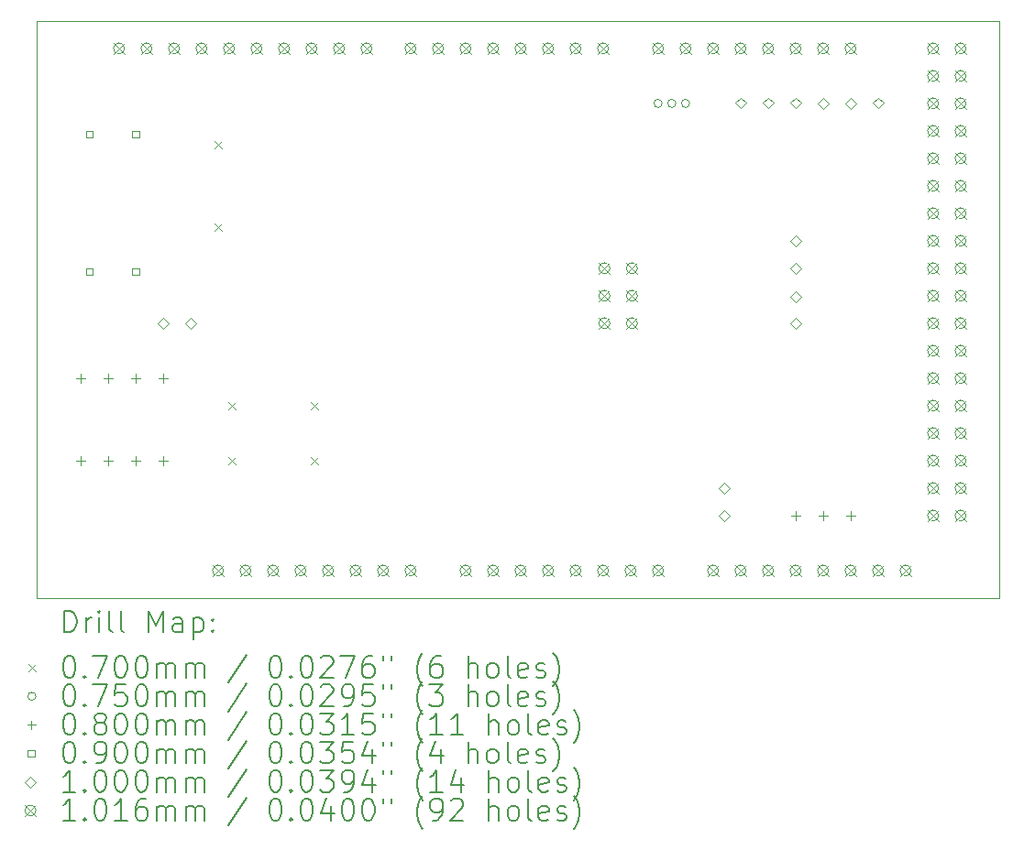
<source format=gbr>
%TF.GenerationSoftware,KiCad,Pcbnew,7.0.5*%
%TF.CreationDate,2023-10-27T13:43:41+01:00*%
%TF.ProjectId,OptiprodV2,4f707469-7072-46f6-9456-322e6b696361,rev?*%
%TF.SameCoordinates,Original*%
%TF.FileFunction,Drillmap*%
%TF.FilePolarity,Positive*%
%FSLAX45Y45*%
G04 Gerber Fmt 4.5, Leading zero omitted, Abs format (unit mm)*
G04 Created by KiCad (PCBNEW 7.0.5) date 2023-10-27 13:43:41*
%MOMM*%
%LPD*%
G01*
G04 APERTURE LIST*
%ADD10C,0.100000*%
%ADD11C,0.200000*%
%ADD12C,0.070000*%
%ADD13C,0.075000*%
%ADD14C,0.080000*%
%ADD15C,0.090000*%
%ADD16C,0.101600*%
G04 APERTURE END LIST*
D10*
X10668000Y-5588000D02*
X19558000Y-5588000D01*
X19558000Y-10922000D01*
X10668000Y-10922000D01*
X10668000Y-5588000D01*
D11*
D12*
X12309400Y-6696000D02*
X12379400Y-6766000D01*
X12379400Y-6696000D02*
X12309400Y-6766000D01*
X12309400Y-7458000D02*
X12379400Y-7528000D01*
X12379400Y-7458000D02*
X12309400Y-7528000D01*
X12436400Y-9109000D02*
X12506400Y-9179000D01*
X12506400Y-9109000D02*
X12436400Y-9179000D01*
X12436400Y-9617000D02*
X12506400Y-9687000D01*
X12506400Y-9617000D02*
X12436400Y-9687000D01*
X13198400Y-9109000D02*
X13268400Y-9179000D01*
X13268400Y-9109000D02*
X13198400Y-9179000D01*
X13198400Y-9617000D02*
X13268400Y-9687000D01*
X13268400Y-9617000D02*
X13198400Y-9687000D01*
D13*
X16445900Y-6350000D02*
G75*
G03*
X16445900Y-6350000I-37500J0D01*
G01*
X16572900Y-6350000D02*
G75*
G03*
X16572900Y-6350000I-37500J0D01*
G01*
X16699900Y-6350000D02*
G75*
G03*
X16699900Y-6350000I-37500J0D01*
G01*
D14*
X11074400Y-8850000D02*
X11074400Y-8930000D01*
X11034400Y-8890000D02*
X11114400Y-8890000D01*
X11074400Y-9612000D02*
X11074400Y-9692000D01*
X11034400Y-9652000D02*
X11114400Y-9652000D01*
X11328400Y-8850000D02*
X11328400Y-8930000D01*
X11288400Y-8890000D02*
X11368400Y-8890000D01*
X11328400Y-9612000D02*
X11328400Y-9692000D01*
X11288400Y-9652000D02*
X11368400Y-9652000D01*
X11582400Y-8850000D02*
X11582400Y-8930000D01*
X11542400Y-8890000D02*
X11622400Y-8890000D01*
X11582400Y-9612000D02*
X11582400Y-9692000D01*
X11542400Y-9652000D02*
X11622400Y-9652000D01*
X11836400Y-8850000D02*
X11836400Y-8930000D01*
X11796400Y-8890000D02*
X11876400Y-8890000D01*
X11836400Y-9612000D02*
X11836400Y-9692000D01*
X11796400Y-9652000D02*
X11876400Y-9652000D01*
X17678400Y-10120000D02*
X17678400Y-10200000D01*
X17638400Y-10160000D02*
X17718400Y-10160000D01*
X17932400Y-10120000D02*
X17932400Y-10200000D01*
X17892400Y-10160000D02*
X17972400Y-10160000D01*
X18186400Y-10120000D02*
X18186400Y-10200000D01*
X18146400Y-10160000D02*
X18226400Y-10160000D01*
D15*
X11189220Y-6668820D02*
X11189220Y-6605180D01*
X11125580Y-6605180D01*
X11125580Y-6668820D01*
X11189220Y-6668820D01*
X11189220Y-7938820D02*
X11189220Y-7875180D01*
X11125580Y-7875180D01*
X11125580Y-7938820D01*
X11189220Y-7938820D01*
X11614220Y-6668820D02*
X11614220Y-6605180D01*
X11550580Y-6605180D01*
X11550580Y-6668820D01*
X11614220Y-6668820D01*
X11614220Y-7938820D02*
X11614220Y-7875180D01*
X11550580Y-7875180D01*
X11550580Y-7938820D01*
X11614220Y-7938820D01*
D10*
X11836400Y-8432000D02*
X11886400Y-8382000D01*
X11836400Y-8332000D01*
X11786400Y-8382000D01*
X11836400Y-8432000D01*
X12090400Y-8432000D02*
X12140400Y-8382000D01*
X12090400Y-8332000D01*
X12040400Y-8382000D01*
X12090400Y-8432000D01*
X17018000Y-9956000D02*
X17068000Y-9906000D01*
X17018000Y-9856000D01*
X16968000Y-9906000D01*
X17018000Y-9956000D01*
X17018000Y-10210000D02*
X17068000Y-10160000D01*
X17018000Y-10110000D01*
X16968000Y-10160000D01*
X17018000Y-10210000D01*
X17170400Y-6397000D02*
X17220400Y-6347000D01*
X17170400Y-6297000D01*
X17120400Y-6347000D01*
X17170400Y-6397000D01*
X17424400Y-6397000D02*
X17474400Y-6347000D01*
X17424400Y-6297000D01*
X17374400Y-6347000D01*
X17424400Y-6397000D01*
X17678400Y-6397000D02*
X17728400Y-6347000D01*
X17678400Y-6297000D01*
X17628400Y-6347000D01*
X17678400Y-6397000D01*
X17678400Y-7670000D02*
X17728400Y-7620000D01*
X17678400Y-7570000D01*
X17628400Y-7620000D01*
X17678400Y-7670000D01*
X17678400Y-7924000D02*
X17728400Y-7874000D01*
X17678400Y-7824000D01*
X17628400Y-7874000D01*
X17678400Y-7924000D01*
X17678400Y-8188000D02*
X17728400Y-8138000D01*
X17678400Y-8088000D01*
X17628400Y-8138000D01*
X17678400Y-8188000D01*
X17678400Y-8432000D02*
X17728400Y-8382000D01*
X17678400Y-8332000D01*
X17628400Y-8382000D01*
X17678400Y-8432000D01*
X17932400Y-6400000D02*
X17982400Y-6350000D01*
X17932400Y-6300000D01*
X17882400Y-6350000D01*
X17932400Y-6400000D01*
X18186400Y-6400000D02*
X18236400Y-6350000D01*
X18186400Y-6300000D01*
X18136400Y-6350000D01*
X18186400Y-6400000D01*
X18440400Y-6397000D02*
X18490400Y-6347000D01*
X18440400Y-6297000D01*
X18390400Y-6347000D01*
X18440400Y-6397000D01*
D16*
X11379200Y-5791200D02*
X11480800Y-5892800D01*
X11480800Y-5791200D02*
X11379200Y-5892800D01*
X11480800Y-5842000D02*
G75*
G03*
X11480800Y-5842000I-50800J0D01*
G01*
X11633200Y-5791200D02*
X11734800Y-5892800D01*
X11734800Y-5791200D02*
X11633200Y-5892800D01*
X11734800Y-5842000D02*
G75*
G03*
X11734800Y-5842000I-50800J0D01*
G01*
X11887200Y-5791200D02*
X11988800Y-5892800D01*
X11988800Y-5791200D02*
X11887200Y-5892800D01*
X11988800Y-5842000D02*
G75*
G03*
X11988800Y-5842000I-50800J0D01*
G01*
X12141200Y-5791200D02*
X12242800Y-5892800D01*
X12242800Y-5791200D02*
X12141200Y-5892800D01*
X12242800Y-5842000D02*
G75*
G03*
X12242800Y-5842000I-50800J0D01*
G01*
X12293600Y-10617200D02*
X12395200Y-10718800D01*
X12395200Y-10617200D02*
X12293600Y-10718800D01*
X12395200Y-10668000D02*
G75*
G03*
X12395200Y-10668000I-50800J0D01*
G01*
X12395200Y-5791200D02*
X12496800Y-5892800D01*
X12496800Y-5791200D02*
X12395200Y-5892800D01*
X12496800Y-5842000D02*
G75*
G03*
X12496800Y-5842000I-50800J0D01*
G01*
X12547600Y-10617200D02*
X12649200Y-10718800D01*
X12649200Y-10617200D02*
X12547600Y-10718800D01*
X12649200Y-10668000D02*
G75*
G03*
X12649200Y-10668000I-50800J0D01*
G01*
X12649200Y-5791200D02*
X12750800Y-5892800D01*
X12750800Y-5791200D02*
X12649200Y-5892800D01*
X12750800Y-5842000D02*
G75*
G03*
X12750800Y-5842000I-50800J0D01*
G01*
X12801600Y-10617200D02*
X12903200Y-10718800D01*
X12903200Y-10617200D02*
X12801600Y-10718800D01*
X12903200Y-10668000D02*
G75*
G03*
X12903200Y-10668000I-50800J0D01*
G01*
X12903200Y-5791200D02*
X13004800Y-5892800D01*
X13004800Y-5791200D02*
X12903200Y-5892800D01*
X13004800Y-5842000D02*
G75*
G03*
X13004800Y-5842000I-50800J0D01*
G01*
X13055600Y-10617200D02*
X13157200Y-10718800D01*
X13157200Y-10617200D02*
X13055600Y-10718800D01*
X13157200Y-10668000D02*
G75*
G03*
X13157200Y-10668000I-50800J0D01*
G01*
X13157200Y-5791200D02*
X13258800Y-5892800D01*
X13258800Y-5791200D02*
X13157200Y-5892800D01*
X13258800Y-5842000D02*
G75*
G03*
X13258800Y-5842000I-50800J0D01*
G01*
X13309600Y-10617200D02*
X13411200Y-10718800D01*
X13411200Y-10617200D02*
X13309600Y-10718800D01*
X13411200Y-10668000D02*
G75*
G03*
X13411200Y-10668000I-50800J0D01*
G01*
X13411200Y-5791200D02*
X13512800Y-5892800D01*
X13512800Y-5791200D02*
X13411200Y-5892800D01*
X13512800Y-5842000D02*
G75*
G03*
X13512800Y-5842000I-50800J0D01*
G01*
X13563600Y-10617200D02*
X13665200Y-10718800D01*
X13665200Y-10617200D02*
X13563600Y-10718800D01*
X13665200Y-10668000D02*
G75*
G03*
X13665200Y-10668000I-50800J0D01*
G01*
X13665200Y-5791200D02*
X13766800Y-5892800D01*
X13766800Y-5791200D02*
X13665200Y-5892800D01*
X13766800Y-5842000D02*
G75*
G03*
X13766800Y-5842000I-50800J0D01*
G01*
X13817600Y-10617200D02*
X13919200Y-10718800D01*
X13919200Y-10617200D02*
X13817600Y-10718800D01*
X13919200Y-10668000D02*
G75*
G03*
X13919200Y-10668000I-50800J0D01*
G01*
X14071600Y-5791200D02*
X14173200Y-5892800D01*
X14173200Y-5791200D02*
X14071600Y-5892800D01*
X14173200Y-5842000D02*
G75*
G03*
X14173200Y-5842000I-50800J0D01*
G01*
X14071600Y-10617200D02*
X14173200Y-10718800D01*
X14173200Y-10617200D02*
X14071600Y-10718800D01*
X14173200Y-10668000D02*
G75*
G03*
X14173200Y-10668000I-50800J0D01*
G01*
X14325600Y-5791200D02*
X14427200Y-5892800D01*
X14427200Y-5791200D02*
X14325600Y-5892800D01*
X14427200Y-5842000D02*
G75*
G03*
X14427200Y-5842000I-50800J0D01*
G01*
X14579600Y-5791200D02*
X14681200Y-5892800D01*
X14681200Y-5791200D02*
X14579600Y-5892800D01*
X14681200Y-5842000D02*
G75*
G03*
X14681200Y-5842000I-50800J0D01*
G01*
X14579600Y-10617200D02*
X14681200Y-10718800D01*
X14681200Y-10617200D02*
X14579600Y-10718800D01*
X14681200Y-10668000D02*
G75*
G03*
X14681200Y-10668000I-50800J0D01*
G01*
X14833600Y-5791200D02*
X14935200Y-5892800D01*
X14935200Y-5791200D02*
X14833600Y-5892800D01*
X14935200Y-5842000D02*
G75*
G03*
X14935200Y-5842000I-50800J0D01*
G01*
X14833600Y-10617200D02*
X14935200Y-10718800D01*
X14935200Y-10617200D02*
X14833600Y-10718800D01*
X14935200Y-10668000D02*
G75*
G03*
X14935200Y-10668000I-50800J0D01*
G01*
X15087600Y-5791200D02*
X15189200Y-5892800D01*
X15189200Y-5791200D02*
X15087600Y-5892800D01*
X15189200Y-5842000D02*
G75*
G03*
X15189200Y-5842000I-50800J0D01*
G01*
X15087600Y-10617200D02*
X15189200Y-10718800D01*
X15189200Y-10617200D02*
X15087600Y-10718800D01*
X15189200Y-10668000D02*
G75*
G03*
X15189200Y-10668000I-50800J0D01*
G01*
X15341600Y-5791200D02*
X15443200Y-5892800D01*
X15443200Y-5791200D02*
X15341600Y-5892800D01*
X15443200Y-5842000D02*
G75*
G03*
X15443200Y-5842000I-50800J0D01*
G01*
X15341600Y-10617200D02*
X15443200Y-10718800D01*
X15443200Y-10617200D02*
X15341600Y-10718800D01*
X15443200Y-10668000D02*
G75*
G03*
X15443200Y-10668000I-50800J0D01*
G01*
X15595600Y-5791200D02*
X15697200Y-5892800D01*
X15697200Y-5791200D02*
X15595600Y-5892800D01*
X15697200Y-5842000D02*
G75*
G03*
X15697200Y-5842000I-50800J0D01*
G01*
X15595600Y-10617200D02*
X15697200Y-10718800D01*
X15697200Y-10617200D02*
X15595600Y-10718800D01*
X15697200Y-10668000D02*
G75*
G03*
X15697200Y-10668000I-50800J0D01*
G01*
X15849600Y-5791200D02*
X15951200Y-5892800D01*
X15951200Y-5791200D02*
X15849600Y-5892800D01*
X15951200Y-5842000D02*
G75*
G03*
X15951200Y-5842000I-50800J0D01*
G01*
X15849600Y-10617200D02*
X15951200Y-10718800D01*
X15951200Y-10617200D02*
X15849600Y-10718800D01*
X15951200Y-10668000D02*
G75*
G03*
X15951200Y-10668000I-50800J0D01*
G01*
X15862300Y-7823200D02*
X15963900Y-7924800D01*
X15963900Y-7823200D02*
X15862300Y-7924800D01*
X15963900Y-7874000D02*
G75*
G03*
X15963900Y-7874000I-50800J0D01*
G01*
X15862300Y-8077200D02*
X15963900Y-8178800D01*
X15963900Y-8077200D02*
X15862300Y-8178800D01*
X15963900Y-8128000D02*
G75*
G03*
X15963900Y-8128000I-50800J0D01*
G01*
X15862300Y-8331200D02*
X15963900Y-8432800D01*
X15963900Y-8331200D02*
X15862300Y-8432800D01*
X15963900Y-8382000D02*
G75*
G03*
X15963900Y-8382000I-50800J0D01*
G01*
X16103600Y-10617200D02*
X16205200Y-10718800D01*
X16205200Y-10617200D02*
X16103600Y-10718800D01*
X16205200Y-10668000D02*
G75*
G03*
X16205200Y-10668000I-50800J0D01*
G01*
X16116300Y-7823200D02*
X16217900Y-7924800D01*
X16217900Y-7823200D02*
X16116300Y-7924800D01*
X16217900Y-7874000D02*
G75*
G03*
X16217900Y-7874000I-50800J0D01*
G01*
X16116300Y-8077200D02*
X16217900Y-8178800D01*
X16217900Y-8077200D02*
X16116300Y-8178800D01*
X16217900Y-8128000D02*
G75*
G03*
X16217900Y-8128000I-50800J0D01*
G01*
X16116300Y-8331200D02*
X16217900Y-8432800D01*
X16217900Y-8331200D02*
X16116300Y-8432800D01*
X16217900Y-8382000D02*
G75*
G03*
X16217900Y-8382000I-50800J0D01*
G01*
X16357600Y-5791200D02*
X16459200Y-5892800D01*
X16459200Y-5791200D02*
X16357600Y-5892800D01*
X16459200Y-5842000D02*
G75*
G03*
X16459200Y-5842000I-50800J0D01*
G01*
X16357600Y-10617200D02*
X16459200Y-10718800D01*
X16459200Y-10617200D02*
X16357600Y-10718800D01*
X16459200Y-10668000D02*
G75*
G03*
X16459200Y-10668000I-50800J0D01*
G01*
X16611600Y-5791200D02*
X16713200Y-5892800D01*
X16713200Y-5791200D02*
X16611600Y-5892800D01*
X16713200Y-5842000D02*
G75*
G03*
X16713200Y-5842000I-50800J0D01*
G01*
X16865600Y-5791200D02*
X16967200Y-5892800D01*
X16967200Y-5791200D02*
X16865600Y-5892800D01*
X16967200Y-5842000D02*
G75*
G03*
X16967200Y-5842000I-50800J0D01*
G01*
X16865600Y-10617200D02*
X16967200Y-10718800D01*
X16967200Y-10617200D02*
X16865600Y-10718800D01*
X16967200Y-10668000D02*
G75*
G03*
X16967200Y-10668000I-50800J0D01*
G01*
X17119600Y-5791200D02*
X17221200Y-5892800D01*
X17221200Y-5791200D02*
X17119600Y-5892800D01*
X17221200Y-5842000D02*
G75*
G03*
X17221200Y-5842000I-50800J0D01*
G01*
X17119600Y-10617200D02*
X17221200Y-10718800D01*
X17221200Y-10617200D02*
X17119600Y-10718800D01*
X17221200Y-10668000D02*
G75*
G03*
X17221200Y-10668000I-50800J0D01*
G01*
X17373600Y-5791200D02*
X17475200Y-5892800D01*
X17475200Y-5791200D02*
X17373600Y-5892800D01*
X17475200Y-5842000D02*
G75*
G03*
X17475200Y-5842000I-50800J0D01*
G01*
X17373600Y-10617200D02*
X17475200Y-10718800D01*
X17475200Y-10617200D02*
X17373600Y-10718800D01*
X17475200Y-10668000D02*
G75*
G03*
X17475200Y-10668000I-50800J0D01*
G01*
X17627600Y-5791200D02*
X17729200Y-5892800D01*
X17729200Y-5791200D02*
X17627600Y-5892800D01*
X17729200Y-5842000D02*
G75*
G03*
X17729200Y-5842000I-50800J0D01*
G01*
X17627600Y-10617200D02*
X17729200Y-10718800D01*
X17729200Y-10617200D02*
X17627600Y-10718800D01*
X17729200Y-10668000D02*
G75*
G03*
X17729200Y-10668000I-50800J0D01*
G01*
X17881600Y-5791200D02*
X17983200Y-5892800D01*
X17983200Y-5791200D02*
X17881600Y-5892800D01*
X17983200Y-5842000D02*
G75*
G03*
X17983200Y-5842000I-50800J0D01*
G01*
X17881600Y-10617200D02*
X17983200Y-10718800D01*
X17983200Y-10617200D02*
X17881600Y-10718800D01*
X17983200Y-10668000D02*
G75*
G03*
X17983200Y-10668000I-50800J0D01*
G01*
X18135600Y-5791200D02*
X18237200Y-5892800D01*
X18237200Y-5791200D02*
X18135600Y-5892800D01*
X18237200Y-5842000D02*
G75*
G03*
X18237200Y-5842000I-50800J0D01*
G01*
X18135600Y-10617200D02*
X18237200Y-10718800D01*
X18237200Y-10617200D02*
X18135600Y-10718800D01*
X18237200Y-10668000D02*
G75*
G03*
X18237200Y-10668000I-50800J0D01*
G01*
X18389600Y-10617200D02*
X18491200Y-10718800D01*
X18491200Y-10617200D02*
X18389600Y-10718800D01*
X18491200Y-10668000D02*
G75*
G03*
X18491200Y-10668000I-50800J0D01*
G01*
X18643600Y-10617200D02*
X18745200Y-10718800D01*
X18745200Y-10617200D02*
X18643600Y-10718800D01*
X18745200Y-10668000D02*
G75*
G03*
X18745200Y-10668000I-50800J0D01*
G01*
X18897600Y-5791200D02*
X18999200Y-5892800D01*
X18999200Y-5791200D02*
X18897600Y-5892800D01*
X18999200Y-5842000D02*
G75*
G03*
X18999200Y-5842000I-50800J0D01*
G01*
X18897600Y-6045200D02*
X18999200Y-6146800D01*
X18999200Y-6045200D02*
X18897600Y-6146800D01*
X18999200Y-6096000D02*
G75*
G03*
X18999200Y-6096000I-50800J0D01*
G01*
X18897600Y-6299200D02*
X18999200Y-6400800D01*
X18999200Y-6299200D02*
X18897600Y-6400800D01*
X18999200Y-6350000D02*
G75*
G03*
X18999200Y-6350000I-50800J0D01*
G01*
X18897600Y-6553200D02*
X18999200Y-6654800D01*
X18999200Y-6553200D02*
X18897600Y-6654800D01*
X18999200Y-6604000D02*
G75*
G03*
X18999200Y-6604000I-50800J0D01*
G01*
X18897600Y-6807200D02*
X18999200Y-6908800D01*
X18999200Y-6807200D02*
X18897600Y-6908800D01*
X18999200Y-6858000D02*
G75*
G03*
X18999200Y-6858000I-50800J0D01*
G01*
X18897600Y-7061200D02*
X18999200Y-7162800D01*
X18999200Y-7061200D02*
X18897600Y-7162800D01*
X18999200Y-7112000D02*
G75*
G03*
X18999200Y-7112000I-50800J0D01*
G01*
X18897600Y-7315200D02*
X18999200Y-7416800D01*
X18999200Y-7315200D02*
X18897600Y-7416800D01*
X18999200Y-7366000D02*
G75*
G03*
X18999200Y-7366000I-50800J0D01*
G01*
X18897600Y-7569200D02*
X18999200Y-7670800D01*
X18999200Y-7569200D02*
X18897600Y-7670800D01*
X18999200Y-7620000D02*
G75*
G03*
X18999200Y-7620000I-50800J0D01*
G01*
X18897600Y-7823200D02*
X18999200Y-7924800D01*
X18999200Y-7823200D02*
X18897600Y-7924800D01*
X18999200Y-7874000D02*
G75*
G03*
X18999200Y-7874000I-50800J0D01*
G01*
X18897600Y-8077200D02*
X18999200Y-8178800D01*
X18999200Y-8077200D02*
X18897600Y-8178800D01*
X18999200Y-8128000D02*
G75*
G03*
X18999200Y-8128000I-50800J0D01*
G01*
X18897600Y-8331200D02*
X18999200Y-8432800D01*
X18999200Y-8331200D02*
X18897600Y-8432800D01*
X18999200Y-8382000D02*
G75*
G03*
X18999200Y-8382000I-50800J0D01*
G01*
X18897600Y-8585200D02*
X18999200Y-8686800D01*
X18999200Y-8585200D02*
X18897600Y-8686800D01*
X18999200Y-8636000D02*
G75*
G03*
X18999200Y-8636000I-50800J0D01*
G01*
X18897600Y-8839200D02*
X18999200Y-8940800D01*
X18999200Y-8839200D02*
X18897600Y-8940800D01*
X18999200Y-8890000D02*
G75*
G03*
X18999200Y-8890000I-50800J0D01*
G01*
X18897600Y-9093200D02*
X18999200Y-9194800D01*
X18999200Y-9093200D02*
X18897600Y-9194800D01*
X18999200Y-9144000D02*
G75*
G03*
X18999200Y-9144000I-50800J0D01*
G01*
X18897600Y-9347200D02*
X18999200Y-9448800D01*
X18999200Y-9347200D02*
X18897600Y-9448800D01*
X18999200Y-9398000D02*
G75*
G03*
X18999200Y-9398000I-50800J0D01*
G01*
X18897600Y-9601200D02*
X18999200Y-9702800D01*
X18999200Y-9601200D02*
X18897600Y-9702800D01*
X18999200Y-9652000D02*
G75*
G03*
X18999200Y-9652000I-50800J0D01*
G01*
X18897600Y-9855200D02*
X18999200Y-9956800D01*
X18999200Y-9855200D02*
X18897600Y-9956800D01*
X18999200Y-9906000D02*
G75*
G03*
X18999200Y-9906000I-50800J0D01*
G01*
X18897600Y-10109200D02*
X18999200Y-10210800D01*
X18999200Y-10109200D02*
X18897600Y-10210800D01*
X18999200Y-10160000D02*
G75*
G03*
X18999200Y-10160000I-50800J0D01*
G01*
X19151600Y-5791200D02*
X19253200Y-5892800D01*
X19253200Y-5791200D02*
X19151600Y-5892800D01*
X19253200Y-5842000D02*
G75*
G03*
X19253200Y-5842000I-50800J0D01*
G01*
X19151600Y-6045200D02*
X19253200Y-6146800D01*
X19253200Y-6045200D02*
X19151600Y-6146800D01*
X19253200Y-6096000D02*
G75*
G03*
X19253200Y-6096000I-50800J0D01*
G01*
X19151600Y-6299200D02*
X19253200Y-6400800D01*
X19253200Y-6299200D02*
X19151600Y-6400800D01*
X19253200Y-6350000D02*
G75*
G03*
X19253200Y-6350000I-50800J0D01*
G01*
X19151600Y-6553200D02*
X19253200Y-6654800D01*
X19253200Y-6553200D02*
X19151600Y-6654800D01*
X19253200Y-6604000D02*
G75*
G03*
X19253200Y-6604000I-50800J0D01*
G01*
X19151600Y-6807200D02*
X19253200Y-6908800D01*
X19253200Y-6807200D02*
X19151600Y-6908800D01*
X19253200Y-6858000D02*
G75*
G03*
X19253200Y-6858000I-50800J0D01*
G01*
X19151600Y-7061200D02*
X19253200Y-7162800D01*
X19253200Y-7061200D02*
X19151600Y-7162800D01*
X19253200Y-7112000D02*
G75*
G03*
X19253200Y-7112000I-50800J0D01*
G01*
X19151600Y-7315200D02*
X19253200Y-7416800D01*
X19253200Y-7315200D02*
X19151600Y-7416800D01*
X19253200Y-7366000D02*
G75*
G03*
X19253200Y-7366000I-50800J0D01*
G01*
X19151600Y-7569200D02*
X19253200Y-7670800D01*
X19253200Y-7569200D02*
X19151600Y-7670800D01*
X19253200Y-7620000D02*
G75*
G03*
X19253200Y-7620000I-50800J0D01*
G01*
X19151600Y-7823200D02*
X19253200Y-7924800D01*
X19253200Y-7823200D02*
X19151600Y-7924800D01*
X19253200Y-7874000D02*
G75*
G03*
X19253200Y-7874000I-50800J0D01*
G01*
X19151600Y-8077200D02*
X19253200Y-8178800D01*
X19253200Y-8077200D02*
X19151600Y-8178800D01*
X19253200Y-8128000D02*
G75*
G03*
X19253200Y-8128000I-50800J0D01*
G01*
X19151600Y-8331200D02*
X19253200Y-8432800D01*
X19253200Y-8331200D02*
X19151600Y-8432800D01*
X19253200Y-8382000D02*
G75*
G03*
X19253200Y-8382000I-50800J0D01*
G01*
X19151600Y-8585200D02*
X19253200Y-8686800D01*
X19253200Y-8585200D02*
X19151600Y-8686800D01*
X19253200Y-8636000D02*
G75*
G03*
X19253200Y-8636000I-50800J0D01*
G01*
X19151600Y-8839200D02*
X19253200Y-8940800D01*
X19253200Y-8839200D02*
X19151600Y-8940800D01*
X19253200Y-8890000D02*
G75*
G03*
X19253200Y-8890000I-50800J0D01*
G01*
X19151600Y-9093200D02*
X19253200Y-9194800D01*
X19253200Y-9093200D02*
X19151600Y-9194800D01*
X19253200Y-9144000D02*
G75*
G03*
X19253200Y-9144000I-50800J0D01*
G01*
X19151600Y-9347200D02*
X19253200Y-9448800D01*
X19253200Y-9347200D02*
X19151600Y-9448800D01*
X19253200Y-9398000D02*
G75*
G03*
X19253200Y-9398000I-50800J0D01*
G01*
X19151600Y-9601200D02*
X19253200Y-9702800D01*
X19253200Y-9601200D02*
X19151600Y-9702800D01*
X19253200Y-9652000D02*
G75*
G03*
X19253200Y-9652000I-50800J0D01*
G01*
X19151600Y-9855200D02*
X19253200Y-9956800D01*
X19253200Y-9855200D02*
X19151600Y-9956800D01*
X19253200Y-9906000D02*
G75*
G03*
X19253200Y-9906000I-50800J0D01*
G01*
X19151600Y-10109200D02*
X19253200Y-10210800D01*
X19253200Y-10109200D02*
X19151600Y-10210800D01*
X19253200Y-10160000D02*
G75*
G03*
X19253200Y-10160000I-50800J0D01*
G01*
D11*
X10923777Y-11238484D02*
X10923777Y-11038484D01*
X10923777Y-11038484D02*
X10971396Y-11038484D01*
X10971396Y-11038484D02*
X10999967Y-11048008D01*
X10999967Y-11048008D02*
X11019015Y-11067055D01*
X11019015Y-11067055D02*
X11028539Y-11086103D01*
X11028539Y-11086103D02*
X11038063Y-11124198D01*
X11038063Y-11124198D02*
X11038063Y-11152770D01*
X11038063Y-11152770D02*
X11028539Y-11190865D01*
X11028539Y-11190865D02*
X11019015Y-11209912D01*
X11019015Y-11209912D02*
X10999967Y-11228960D01*
X10999967Y-11228960D02*
X10971396Y-11238484D01*
X10971396Y-11238484D02*
X10923777Y-11238484D01*
X11123777Y-11238484D02*
X11123777Y-11105150D01*
X11123777Y-11143246D02*
X11133301Y-11124198D01*
X11133301Y-11124198D02*
X11142824Y-11114674D01*
X11142824Y-11114674D02*
X11161872Y-11105150D01*
X11161872Y-11105150D02*
X11180920Y-11105150D01*
X11247586Y-11238484D02*
X11247586Y-11105150D01*
X11247586Y-11038484D02*
X11238062Y-11048008D01*
X11238062Y-11048008D02*
X11247586Y-11057531D01*
X11247586Y-11057531D02*
X11257110Y-11048008D01*
X11257110Y-11048008D02*
X11247586Y-11038484D01*
X11247586Y-11038484D02*
X11247586Y-11057531D01*
X11371396Y-11238484D02*
X11352348Y-11228960D01*
X11352348Y-11228960D02*
X11342824Y-11209912D01*
X11342824Y-11209912D02*
X11342824Y-11038484D01*
X11476158Y-11238484D02*
X11457110Y-11228960D01*
X11457110Y-11228960D02*
X11447586Y-11209912D01*
X11447586Y-11209912D02*
X11447586Y-11038484D01*
X11704729Y-11238484D02*
X11704729Y-11038484D01*
X11704729Y-11038484D02*
X11771396Y-11181341D01*
X11771396Y-11181341D02*
X11838062Y-11038484D01*
X11838062Y-11038484D02*
X11838062Y-11238484D01*
X12019015Y-11238484D02*
X12019015Y-11133722D01*
X12019015Y-11133722D02*
X12009491Y-11114674D01*
X12009491Y-11114674D02*
X11990443Y-11105150D01*
X11990443Y-11105150D02*
X11952348Y-11105150D01*
X11952348Y-11105150D02*
X11933301Y-11114674D01*
X12019015Y-11228960D02*
X11999967Y-11238484D01*
X11999967Y-11238484D02*
X11952348Y-11238484D01*
X11952348Y-11238484D02*
X11933301Y-11228960D01*
X11933301Y-11228960D02*
X11923777Y-11209912D01*
X11923777Y-11209912D02*
X11923777Y-11190865D01*
X11923777Y-11190865D02*
X11933301Y-11171817D01*
X11933301Y-11171817D02*
X11952348Y-11162293D01*
X11952348Y-11162293D02*
X11999967Y-11162293D01*
X11999967Y-11162293D02*
X12019015Y-11152770D01*
X12114253Y-11105150D02*
X12114253Y-11305150D01*
X12114253Y-11114674D02*
X12133301Y-11105150D01*
X12133301Y-11105150D02*
X12171396Y-11105150D01*
X12171396Y-11105150D02*
X12190443Y-11114674D01*
X12190443Y-11114674D02*
X12199967Y-11124198D01*
X12199967Y-11124198D02*
X12209491Y-11143246D01*
X12209491Y-11143246D02*
X12209491Y-11200388D01*
X12209491Y-11200388D02*
X12199967Y-11219436D01*
X12199967Y-11219436D02*
X12190443Y-11228960D01*
X12190443Y-11228960D02*
X12171396Y-11238484D01*
X12171396Y-11238484D02*
X12133301Y-11238484D01*
X12133301Y-11238484D02*
X12114253Y-11228960D01*
X12295205Y-11219436D02*
X12304729Y-11228960D01*
X12304729Y-11228960D02*
X12295205Y-11238484D01*
X12295205Y-11238484D02*
X12285682Y-11228960D01*
X12285682Y-11228960D02*
X12295205Y-11219436D01*
X12295205Y-11219436D02*
X12295205Y-11238484D01*
X12295205Y-11114674D02*
X12304729Y-11124198D01*
X12304729Y-11124198D02*
X12295205Y-11133722D01*
X12295205Y-11133722D02*
X12285682Y-11124198D01*
X12285682Y-11124198D02*
X12295205Y-11114674D01*
X12295205Y-11114674D02*
X12295205Y-11133722D01*
D12*
X10593000Y-11532000D02*
X10663000Y-11602000D01*
X10663000Y-11532000D02*
X10593000Y-11602000D01*
D11*
X10961872Y-11458484D02*
X10980920Y-11458484D01*
X10980920Y-11458484D02*
X10999967Y-11468008D01*
X10999967Y-11468008D02*
X11009491Y-11477531D01*
X11009491Y-11477531D02*
X11019015Y-11496579D01*
X11019015Y-11496579D02*
X11028539Y-11534674D01*
X11028539Y-11534674D02*
X11028539Y-11582293D01*
X11028539Y-11582293D02*
X11019015Y-11620388D01*
X11019015Y-11620388D02*
X11009491Y-11639436D01*
X11009491Y-11639436D02*
X10999967Y-11648960D01*
X10999967Y-11648960D02*
X10980920Y-11658484D01*
X10980920Y-11658484D02*
X10961872Y-11658484D01*
X10961872Y-11658484D02*
X10942824Y-11648960D01*
X10942824Y-11648960D02*
X10933301Y-11639436D01*
X10933301Y-11639436D02*
X10923777Y-11620388D01*
X10923777Y-11620388D02*
X10914253Y-11582293D01*
X10914253Y-11582293D02*
X10914253Y-11534674D01*
X10914253Y-11534674D02*
X10923777Y-11496579D01*
X10923777Y-11496579D02*
X10933301Y-11477531D01*
X10933301Y-11477531D02*
X10942824Y-11468008D01*
X10942824Y-11468008D02*
X10961872Y-11458484D01*
X11114253Y-11639436D02*
X11123777Y-11648960D01*
X11123777Y-11648960D02*
X11114253Y-11658484D01*
X11114253Y-11658484D02*
X11104729Y-11648960D01*
X11104729Y-11648960D02*
X11114253Y-11639436D01*
X11114253Y-11639436D02*
X11114253Y-11658484D01*
X11190443Y-11458484D02*
X11323777Y-11458484D01*
X11323777Y-11458484D02*
X11238062Y-11658484D01*
X11438062Y-11458484D02*
X11457110Y-11458484D01*
X11457110Y-11458484D02*
X11476158Y-11468008D01*
X11476158Y-11468008D02*
X11485682Y-11477531D01*
X11485682Y-11477531D02*
X11495205Y-11496579D01*
X11495205Y-11496579D02*
X11504729Y-11534674D01*
X11504729Y-11534674D02*
X11504729Y-11582293D01*
X11504729Y-11582293D02*
X11495205Y-11620388D01*
X11495205Y-11620388D02*
X11485682Y-11639436D01*
X11485682Y-11639436D02*
X11476158Y-11648960D01*
X11476158Y-11648960D02*
X11457110Y-11658484D01*
X11457110Y-11658484D02*
X11438062Y-11658484D01*
X11438062Y-11658484D02*
X11419015Y-11648960D01*
X11419015Y-11648960D02*
X11409491Y-11639436D01*
X11409491Y-11639436D02*
X11399967Y-11620388D01*
X11399967Y-11620388D02*
X11390443Y-11582293D01*
X11390443Y-11582293D02*
X11390443Y-11534674D01*
X11390443Y-11534674D02*
X11399967Y-11496579D01*
X11399967Y-11496579D02*
X11409491Y-11477531D01*
X11409491Y-11477531D02*
X11419015Y-11468008D01*
X11419015Y-11468008D02*
X11438062Y-11458484D01*
X11628539Y-11458484D02*
X11647586Y-11458484D01*
X11647586Y-11458484D02*
X11666634Y-11468008D01*
X11666634Y-11468008D02*
X11676158Y-11477531D01*
X11676158Y-11477531D02*
X11685682Y-11496579D01*
X11685682Y-11496579D02*
X11695205Y-11534674D01*
X11695205Y-11534674D02*
X11695205Y-11582293D01*
X11695205Y-11582293D02*
X11685682Y-11620388D01*
X11685682Y-11620388D02*
X11676158Y-11639436D01*
X11676158Y-11639436D02*
X11666634Y-11648960D01*
X11666634Y-11648960D02*
X11647586Y-11658484D01*
X11647586Y-11658484D02*
X11628539Y-11658484D01*
X11628539Y-11658484D02*
X11609491Y-11648960D01*
X11609491Y-11648960D02*
X11599967Y-11639436D01*
X11599967Y-11639436D02*
X11590443Y-11620388D01*
X11590443Y-11620388D02*
X11580920Y-11582293D01*
X11580920Y-11582293D02*
X11580920Y-11534674D01*
X11580920Y-11534674D02*
X11590443Y-11496579D01*
X11590443Y-11496579D02*
X11599967Y-11477531D01*
X11599967Y-11477531D02*
X11609491Y-11468008D01*
X11609491Y-11468008D02*
X11628539Y-11458484D01*
X11780920Y-11658484D02*
X11780920Y-11525150D01*
X11780920Y-11544198D02*
X11790443Y-11534674D01*
X11790443Y-11534674D02*
X11809491Y-11525150D01*
X11809491Y-11525150D02*
X11838063Y-11525150D01*
X11838063Y-11525150D02*
X11857110Y-11534674D01*
X11857110Y-11534674D02*
X11866634Y-11553722D01*
X11866634Y-11553722D02*
X11866634Y-11658484D01*
X11866634Y-11553722D02*
X11876158Y-11534674D01*
X11876158Y-11534674D02*
X11895205Y-11525150D01*
X11895205Y-11525150D02*
X11923777Y-11525150D01*
X11923777Y-11525150D02*
X11942824Y-11534674D01*
X11942824Y-11534674D02*
X11952348Y-11553722D01*
X11952348Y-11553722D02*
X11952348Y-11658484D01*
X12047586Y-11658484D02*
X12047586Y-11525150D01*
X12047586Y-11544198D02*
X12057110Y-11534674D01*
X12057110Y-11534674D02*
X12076158Y-11525150D01*
X12076158Y-11525150D02*
X12104729Y-11525150D01*
X12104729Y-11525150D02*
X12123777Y-11534674D01*
X12123777Y-11534674D02*
X12133301Y-11553722D01*
X12133301Y-11553722D02*
X12133301Y-11658484D01*
X12133301Y-11553722D02*
X12142824Y-11534674D01*
X12142824Y-11534674D02*
X12161872Y-11525150D01*
X12161872Y-11525150D02*
X12190443Y-11525150D01*
X12190443Y-11525150D02*
X12209491Y-11534674D01*
X12209491Y-11534674D02*
X12219015Y-11553722D01*
X12219015Y-11553722D02*
X12219015Y-11658484D01*
X12609491Y-11448960D02*
X12438063Y-11706103D01*
X12866634Y-11458484D02*
X12885682Y-11458484D01*
X12885682Y-11458484D02*
X12904729Y-11468008D01*
X12904729Y-11468008D02*
X12914253Y-11477531D01*
X12914253Y-11477531D02*
X12923777Y-11496579D01*
X12923777Y-11496579D02*
X12933301Y-11534674D01*
X12933301Y-11534674D02*
X12933301Y-11582293D01*
X12933301Y-11582293D02*
X12923777Y-11620388D01*
X12923777Y-11620388D02*
X12914253Y-11639436D01*
X12914253Y-11639436D02*
X12904729Y-11648960D01*
X12904729Y-11648960D02*
X12885682Y-11658484D01*
X12885682Y-11658484D02*
X12866634Y-11658484D01*
X12866634Y-11658484D02*
X12847586Y-11648960D01*
X12847586Y-11648960D02*
X12838063Y-11639436D01*
X12838063Y-11639436D02*
X12828539Y-11620388D01*
X12828539Y-11620388D02*
X12819015Y-11582293D01*
X12819015Y-11582293D02*
X12819015Y-11534674D01*
X12819015Y-11534674D02*
X12828539Y-11496579D01*
X12828539Y-11496579D02*
X12838063Y-11477531D01*
X12838063Y-11477531D02*
X12847586Y-11468008D01*
X12847586Y-11468008D02*
X12866634Y-11458484D01*
X13019015Y-11639436D02*
X13028539Y-11648960D01*
X13028539Y-11648960D02*
X13019015Y-11658484D01*
X13019015Y-11658484D02*
X13009491Y-11648960D01*
X13009491Y-11648960D02*
X13019015Y-11639436D01*
X13019015Y-11639436D02*
X13019015Y-11658484D01*
X13152348Y-11458484D02*
X13171396Y-11458484D01*
X13171396Y-11458484D02*
X13190444Y-11468008D01*
X13190444Y-11468008D02*
X13199967Y-11477531D01*
X13199967Y-11477531D02*
X13209491Y-11496579D01*
X13209491Y-11496579D02*
X13219015Y-11534674D01*
X13219015Y-11534674D02*
X13219015Y-11582293D01*
X13219015Y-11582293D02*
X13209491Y-11620388D01*
X13209491Y-11620388D02*
X13199967Y-11639436D01*
X13199967Y-11639436D02*
X13190444Y-11648960D01*
X13190444Y-11648960D02*
X13171396Y-11658484D01*
X13171396Y-11658484D02*
X13152348Y-11658484D01*
X13152348Y-11658484D02*
X13133301Y-11648960D01*
X13133301Y-11648960D02*
X13123777Y-11639436D01*
X13123777Y-11639436D02*
X13114253Y-11620388D01*
X13114253Y-11620388D02*
X13104729Y-11582293D01*
X13104729Y-11582293D02*
X13104729Y-11534674D01*
X13104729Y-11534674D02*
X13114253Y-11496579D01*
X13114253Y-11496579D02*
X13123777Y-11477531D01*
X13123777Y-11477531D02*
X13133301Y-11468008D01*
X13133301Y-11468008D02*
X13152348Y-11458484D01*
X13295206Y-11477531D02*
X13304729Y-11468008D01*
X13304729Y-11468008D02*
X13323777Y-11458484D01*
X13323777Y-11458484D02*
X13371396Y-11458484D01*
X13371396Y-11458484D02*
X13390444Y-11468008D01*
X13390444Y-11468008D02*
X13399967Y-11477531D01*
X13399967Y-11477531D02*
X13409491Y-11496579D01*
X13409491Y-11496579D02*
X13409491Y-11515627D01*
X13409491Y-11515627D02*
X13399967Y-11544198D01*
X13399967Y-11544198D02*
X13285682Y-11658484D01*
X13285682Y-11658484D02*
X13409491Y-11658484D01*
X13476158Y-11458484D02*
X13609491Y-11458484D01*
X13609491Y-11458484D02*
X13523777Y-11658484D01*
X13771396Y-11458484D02*
X13733301Y-11458484D01*
X13733301Y-11458484D02*
X13714253Y-11468008D01*
X13714253Y-11468008D02*
X13704729Y-11477531D01*
X13704729Y-11477531D02*
X13685682Y-11506103D01*
X13685682Y-11506103D02*
X13676158Y-11544198D01*
X13676158Y-11544198D02*
X13676158Y-11620388D01*
X13676158Y-11620388D02*
X13685682Y-11639436D01*
X13685682Y-11639436D02*
X13695206Y-11648960D01*
X13695206Y-11648960D02*
X13714253Y-11658484D01*
X13714253Y-11658484D02*
X13752348Y-11658484D01*
X13752348Y-11658484D02*
X13771396Y-11648960D01*
X13771396Y-11648960D02*
X13780920Y-11639436D01*
X13780920Y-11639436D02*
X13790444Y-11620388D01*
X13790444Y-11620388D02*
X13790444Y-11572769D01*
X13790444Y-11572769D02*
X13780920Y-11553722D01*
X13780920Y-11553722D02*
X13771396Y-11544198D01*
X13771396Y-11544198D02*
X13752348Y-11534674D01*
X13752348Y-11534674D02*
X13714253Y-11534674D01*
X13714253Y-11534674D02*
X13695206Y-11544198D01*
X13695206Y-11544198D02*
X13685682Y-11553722D01*
X13685682Y-11553722D02*
X13676158Y-11572769D01*
X13866634Y-11458484D02*
X13866634Y-11496579D01*
X13942825Y-11458484D02*
X13942825Y-11496579D01*
X14238063Y-11734674D02*
X14228539Y-11725150D01*
X14228539Y-11725150D02*
X14209491Y-11696579D01*
X14209491Y-11696579D02*
X14199968Y-11677531D01*
X14199968Y-11677531D02*
X14190444Y-11648960D01*
X14190444Y-11648960D02*
X14180920Y-11601341D01*
X14180920Y-11601341D02*
X14180920Y-11563246D01*
X14180920Y-11563246D02*
X14190444Y-11515627D01*
X14190444Y-11515627D02*
X14199968Y-11487055D01*
X14199968Y-11487055D02*
X14209491Y-11468008D01*
X14209491Y-11468008D02*
X14228539Y-11439436D01*
X14228539Y-11439436D02*
X14238063Y-11429912D01*
X14399968Y-11458484D02*
X14361872Y-11458484D01*
X14361872Y-11458484D02*
X14342825Y-11468008D01*
X14342825Y-11468008D02*
X14333301Y-11477531D01*
X14333301Y-11477531D02*
X14314253Y-11506103D01*
X14314253Y-11506103D02*
X14304729Y-11544198D01*
X14304729Y-11544198D02*
X14304729Y-11620388D01*
X14304729Y-11620388D02*
X14314253Y-11639436D01*
X14314253Y-11639436D02*
X14323777Y-11648960D01*
X14323777Y-11648960D02*
X14342825Y-11658484D01*
X14342825Y-11658484D02*
X14380920Y-11658484D01*
X14380920Y-11658484D02*
X14399968Y-11648960D01*
X14399968Y-11648960D02*
X14409491Y-11639436D01*
X14409491Y-11639436D02*
X14419015Y-11620388D01*
X14419015Y-11620388D02*
X14419015Y-11572769D01*
X14419015Y-11572769D02*
X14409491Y-11553722D01*
X14409491Y-11553722D02*
X14399968Y-11544198D01*
X14399968Y-11544198D02*
X14380920Y-11534674D01*
X14380920Y-11534674D02*
X14342825Y-11534674D01*
X14342825Y-11534674D02*
X14323777Y-11544198D01*
X14323777Y-11544198D02*
X14314253Y-11553722D01*
X14314253Y-11553722D02*
X14304729Y-11572769D01*
X14657110Y-11658484D02*
X14657110Y-11458484D01*
X14742825Y-11658484D02*
X14742825Y-11553722D01*
X14742825Y-11553722D02*
X14733301Y-11534674D01*
X14733301Y-11534674D02*
X14714253Y-11525150D01*
X14714253Y-11525150D02*
X14685682Y-11525150D01*
X14685682Y-11525150D02*
X14666634Y-11534674D01*
X14666634Y-11534674D02*
X14657110Y-11544198D01*
X14866634Y-11658484D02*
X14847587Y-11648960D01*
X14847587Y-11648960D02*
X14838063Y-11639436D01*
X14838063Y-11639436D02*
X14828539Y-11620388D01*
X14828539Y-11620388D02*
X14828539Y-11563246D01*
X14828539Y-11563246D02*
X14838063Y-11544198D01*
X14838063Y-11544198D02*
X14847587Y-11534674D01*
X14847587Y-11534674D02*
X14866634Y-11525150D01*
X14866634Y-11525150D02*
X14895206Y-11525150D01*
X14895206Y-11525150D02*
X14914253Y-11534674D01*
X14914253Y-11534674D02*
X14923777Y-11544198D01*
X14923777Y-11544198D02*
X14933301Y-11563246D01*
X14933301Y-11563246D02*
X14933301Y-11620388D01*
X14933301Y-11620388D02*
X14923777Y-11639436D01*
X14923777Y-11639436D02*
X14914253Y-11648960D01*
X14914253Y-11648960D02*
X14895206Y-11658484D01*
X14895206Y-11658484D02*
X14866634Y-11658484D01*
X15047587Y-11658484D02*
X15028539Y-11648960D01*
X15028539Y-11648960D02*
X15019015Y-11629912D01*
X15019015Y-11629912D02*
X15019015Y-11458484D01*
X15199968Y-11648960D02*
X15180920Y-11658484D01*
X15180920Y-11658484D02*
X15142825Y-11658484D01*
X15142825Y-11658484D02*
X15123777Y-11648960D01*
X15123777Y-11648960D02*
X15114253Y-11629912D01*
X15114253Y-11629912D02*
X15114253Y-11553722D01*
X15114253Y-11553722D02*
X15123777Y-11534674D01*
X15123777Y-11534674D02*
X15142825Y-11525150D01*
X15142825Y-11525150D02*
X15180920Y-11525150D01*
X15180920Y-11525150D02*
X15199968Y-11534674D01*
X15199968Y-11534674D02*
X15209491Y-11553722D01*
X15209491Y-11553722D02*
X15209491Y-11572769D01*
X15209491Y-11572769D02*
X15114253Y-11591817D01*
X15285682Y-11648960D02*
X15304730Y-11658484D01*
X15304730Y-11658484D02*
X15342825Y-11658484D01*
X15342825Y-11658484D02*
X15361872Y-11648960D01*
X15361872Y-11648960D02*
X15371396Y-11629912D01*
X15371396Y-11629912D02*
X15371396Y-11620388D01*
X15371396Y-11620388D02*
X15361872Y-11601341D01*
X15361872Y-11601341D02*
X15342825Y-11591817D01*
X15342825Y-11591817D02*
X15314253Y-11591817D01*
X15314253Y-11591817D02*
X15295206Y-11582293D01*
X15295206Y-11582293D02*
X15285682Y-11563246D01*
X15285682Y-11563246D02*
X15285682Y-11553722D01*
X15285682Y-11553722D02*
X15295206Y-11534674D01*
X15295206Y-11534674D02*
X15314253Y-11525150D01*
X15314253Y-11525150D02*
X15342825Y-11525150D01*
X15342825Y-11525150D02*
X15361872Y-11534674D01*
X15438063Y-11734674D02*
X15447587Y-11725150D01*
X15447587Y-11725150D02*
X15466634Y-11696579D01*
X15466634Y-11696579D02*
X15476158Y-11677531D01*
X15476158Y-11677531D02*
X15485682Y-11648960D01*
X15485682Y-11648960D02*
X15495206Y-11601341D01*
X15495206Y-11601341D02*
X15495206Y-11563246D01*
X15495206Y-11563246D02*
X15485682Y-11515627D01*
X15485682Y-11515627D02*
X15476158Y-11487055D01*
X15476158Y-11487055D02*
X15466634Y-11468008D01*
X15466634Y-11468008D02*
X15447587Y-11439436D01*
X15447587Y-11439436D02*
X15438063Y-11429912D01*
D13*
X10663000Y-11831000D02*
G75*
G03*
X10663000Y-11831000I-37500J0D01*
G01*
D11*
X10961872Y-11722484D02*
X10980920Y-11722484D01*
X10980920Y-11722484D02*
X10999967Y-11732008D01*
X10999967Y-11732008D02*
X11009491Y-11741531D01*
X11009491Y-11741531D02*
X11019015Y-11760579D01*
X11019015Y-11760579D02*
X11028539Y-11798674D01*
X11028539Y-11798674D02*
X11028539Y-11846293D01*
X11028539Y-11846293D02*
X11019015Y-11884388D01*
X11019015Y-11884388D02*
X11009491Y-11903436D01*
X11009491Y-11903436D02*
X10999967Y-11912960D01*
X10999967Y-11912960D02*
X10980920Y-11922484D01*
X10980920Y-11922484D02*
X10961872Y-11922484D01*
X10961872Y-11922484D02*
X10942824Y-11912960D01*
X10942824Y-11912960D02*
X10933301Y-11903436D01*
X10933301Y-11903436D02*
X10923777Y-11884388D01*
X10923777Y-11884388D02*
X10914253Y-11846293D01*
X10914253Y-11846293D02*
X10914253Y-11798674D01*
X10914253Y-11798674D02*
X10923777Y-11760579D01*
X10923777Y-11760579D02*
X10933301Y-11741531D01*
X10933301Y-11741531D02*
X10942824Y-11732008D01*
X10942824Y-11732008D02*
X10961872Y-11722484D01*
X11114253Y-11903436D02*
X11123777Y-11912960D01*
X11123777Y-11912960D02*
X11114253Y-11922484D01*
X11114253Y-11922484D02*
X11104729Y-11912960D01*
X11104729Y-11912960D02*
X11114253Y-11903436D01*
X11114253Y-11903436D02*
X11114253Y-11922484D01*
X11190443Y-11722484D02*
X11323777Y-11722484D01*
X11323777Y-11722484D02*
X11238062Y-11922484D01*
X11495205Y-11722484D02*
X11399967Y-11722484D01*
X11399967Y-11722484D02*
X11390443Y-11817722D01*
X11390443Y-11817722D02*
X11399967Y-11808198D01*
X11399967Y-11808198D02*
X11419015Y-11798674D01*
X11419015Y-11798674D02*
X11466634Y-11798674D01*
X11466634Y-11798674D02*
X11485682Y-11808198D01*
X11485682Y-11808198D02*
X11495205Y-11817722D01*
X11495205Y-11817722D02*
X11504729Y-11836769D01*
X11504729Y-11836769D02*
X11504729Y-11884388D01*
X11504729Y-11884388D02*
X11495205Y-11903436D01*
X11495205Y-11903436D02*
X11485682Y-11912960D01*
X11485682Y-11912960D02*
X11466634Y-11922484D01*
X11466634Y-11922484D02*
X11419015Y-11922484D01*
X11419015Y-11922484D02*
X11399967Y-11912960D01*
X11399967Y-11912960D02*
X11390443Y-11903436D01*
X11628539Y-11722484D02*
X11647586Y-11722484D01*
X11647586Y-11722484D02*
X11666634Y-11732008D01*
X11666634Y-11732008D02*
X11676158Y-11741531D01*
X11676158Y-11741531D02*
X11685682Y-11760579D01*
X11685682Y-11760579D02*
X11695205Y-11798674D01*
X11695205Y-11798674D02*
X11695205Y-11846293D01*
X11695205Y-11846293D02*
X11685682Y-11884388D01*
X11685682Y-11884388D02*
X11676158Y-11903436D01*
X11676158Y-11903436D02*
X11666634Y-11912960D01*
X11666634Y-11912960D02*
X11647586Y-11922484D01*
X11647586Y-11922484D02*
X11628539Y-11922484D01*
X11628539Y-11922484D02*
X11609491Y-11912960D01*
X11609491Y-11912960D02*
X11599967Y-11903436D01*
X11599967Y-11903436D02*
X11590443Y-11884388D01*
X11590443Y-11884388D02*
X11580920Y-11846293D01*
X11580920Y-11846293D02*
X11580920Y-11798674D01*
X11580920Y-11798674D02*
X11590443Y-11760579D01*
X11590443Y-11760579D02*
X11599967Y-11741531D01*
X11599967Y-11741531D02*
X11609491Y-11732008D01*
X11609491Y-11732008D02*
X11628539Y-11722484D01*
X11780920Y-11922484D02*
X11780920Y-11789150D01*
X11780920Y-11808198D02*
X11790443Y-11798674D01*
X11790443Y-11798674D02*
X11809491Y-11789150D01*
X11809491Y-11789150D02*
X11838063Y-11789150D01*
X11838063Y-11789150D02*
X11857110Y-11798674D01*
X11857110Y-11798674D02*
X11866634Y-11817722D01*
X11866634Y-11817722D02*
X11866634Y-11922484D01*
X11866634Y-11817722D02*
X11876158Y-11798674D01*
X11876158Y-11798674D02*
X11895205Y-11789150D01*
X11895205Y-11789150D02*
X11923777Y-11789150D01*
X11923777Y-11789150D02*
X11942824Y-11798674D01*
X11942824Y-11798674D02*
X11952348Y-11817722D01*
X11952348Y-11817722D02*
X11952348Y-11922484D01*
X12047586Y-11922484D02*
X12047586Y-11789150D01*
X12047586Y-11808198D02*
X12057110Y-11798674D01*
X12057110Y-11798674D02*
X12076158Y-11789150D01*
X12076158Y-11789150D02*
X12104729Y-11789150D01*
X12104729Y-11789150D02*
X12123777Y-11798674D01*
X12123777Y-11798674D02*
X12133301Y-11817722D01*
X12133301Y-11817722D02*
X12133301Y-11922484D01*
X12133301Y-11817722D02*
X12142824Y-11798674D01*
X12142824Y-11798674D02*
X12161872Y-11789150D01*
X12161872Y-11789150D02*
X12190443Y-11789150D01*
X12190443Y-11789150D02*
X12209491Y-11798674D01*
X12209491Y-11798674D02*
X12219015Y-11817722D01*
X12219015Y-11817722D02*
X12219015Y-11922484D01*
X12609491Y-11712960D02*
X12438063Y-11970103D01*
X12866634Y-11722484D02*
X12885682Y-11722484D01*
X12885682Y-11722484D02*
X12904729Y-11732008D01*
X12904729Y-11732008D02*
X12914253Y-11741531D01*
X12914253Y-11741531D02*
X12923777Y-11760579D01*
X12923777Y-11760579D02*
X12933301Y-11798674D01*
X12933301Y-11798674D02*
X12933301Y-11846293D01*
X12933301Y-11846293D02*
X12923777Y-11884388D01*
X12923777Y-11884388D02*
X12914253Y-11903436D01*
X12914253Y-11903436D02*
X12904729Y-11912960D01*
X12904729Y-11912960D02*
X12885682Y-11922484D01*
X12885682Y-11922484D02*
X12866634Y-11922484D01*
X12866634Y-11922484D02*
X12847586Y-11912960D01*
X12847586Y-11912960D02*
X12838063Y-11903436D01*
X12838063Y-11903436D02*
X12828539Y-11884388D01*
X12828539Y-11884388D02*
X12819015Y-11846293D01*
X12819015Y-11846293D02*
X12819015Y-11798674D01*
X12819015Y-11798674D02*
X12828539Y-11760579D01*
X12828539Y-11760579D02*
X12838063Y-11741531D01*
X12838063Y-11741531D02*
X12847586Y-11732008D01*
X12847586Y-11732008D02*
X12866634Y-11722484D01*
X13019015Y-11903436D02*
X13028539Y-11912960D01*
X13028539Y-11912960D02*
X13019015Y-11922484D01*
X13019015Y-11922484D02*
X13009491Y-11912960D01*
X13009491Y-11912960D02*
X13019015Y-11903436D01*
X13019015Y-11903436D02*
X13019015Y-11922484D01*
X13152348Y-11722484D02*
X13171396Y-11722484D01*
X13171396Y-11722484D02*
X13190444Y-11732008D01*
X13190444Y-11732008D02*
X13199967Y-11741531D01*
X13199967Y-11741531D02*
X13209491Y-11760579D01*
X13209491Y-11760579D02*
X13219015Y-11798674D01*
X13219015Y-11798674D02*
X13219015Y-11846293D01*
X13219015Y-11846293D02*
X13209491Y-11884388D01*
X13209491Y-11884388D02*
X13199967Y-11903436D01*
X13199967Y-11903436D02*
X13190444Y-11912960D01*
X13190444Y-11912960D02*
X13171396Y-11922484D01*
X13171396Y-11922484D02*
X13152348Y-11922484D01*
X13152348Y-11922484D02*
X13133301Y-11912960D01*
X13133301Y-11912960D02*
X13123777Y-11903436D01*
X13123777Y-11903436D02*
X13114253Y-11884388D01*
X13114253Y-11884388D02*
X13104729Y-11846293D01*
X13104729Y-11846293D02*
X13104729Y-11798674D01*
X13104729Y-11798674D02*
X13114253Y-11760579D01*
X13114253Y-11760579D02*
X13123777Y-11741531D01*
X13123777Y-11741531D02*
X13133301Y-11732008D01*
X13133301Y-11732008D02*
X13152348Y-11722484D01*
X13295206Y-11741531D02*
X13304729Y-11732008D01*
X13304729Y-11732008D02*
X13323777Y-11722484D01*
X13323777Y-11722484D02*
X13371396Y-11722484D01*
X13371396Y-11722484D02*
X13390444Y-11732008D01*
X13390444Y-11732008D02*
X13399967Y-11741531D01*
X13399967Y-11741531D02*
X13409491Y-11760579D01*
X13409491Y-11760579D02*
X13409491Y-11779627D01*
X13409491Y-11779627D02*
X13399967Y-11808198D01*
X13399967Y-11808198D02*
X13285682Y-11922484D01*
X13285682Y-11922484D02*
X13409491Y-11922484D01*
X13504729Y-11922484D02*
X13542825Y-11922484D01*
X13542825Y-11922484D02*
X13561872Y-11912960D01*
X13561872Y-11912960D02*
X13571396Y-11903436D01*
X13571396Y-11903436D02*
X13590444Y-11874865D01*
X13590444Y-11874865D02*
X13599967Y-11836769D01*
X13599967Y-11836769D02*
X13599967Y-11760579D01*
X13599967Y-11760579D02*
X13590444Y-11741531D01*
X13590444Y-11741531D02*
X13580920Y-11732008D01*
X13580920Y-11732008D02*
X13561872Y-11722484D01*
X13561872Y-11722484D02*
X13523777Y-11722484D01*
X13523777Y-11722484D02*
X13504729Y-11732008D01*
X13504729Y-11732008D02*
X13495206Y-11741531D01*
X13495206Y-11741531D02*
X13485682Y-11760579D01*
X13485682Y-11760579D02*
X13485682Y-11808198D01*
X13485682Y-11808198D02*
X13495206Y-11827246D01*
X13495206Y-11827246D02*
X13504729Y-11836769D01*
X13504729Y-11836769D02*
X13523777Y-11846293D01*
X13523777Y-11846293D02*
X13561872Y-11846293D01*
X13561872Y-11846293D02*
X13580920Y-11836769D01*
X13580920Y-11836769D02*
X13590444Y-11827246D01*
X13590444Y-11827246D02*
X13599967Y-11808198D01*
X13780920Y-11722484D02*
X13685682Y-11722484D01*
X13685682Y-11722484D02*
X13676158Y-11817722D01*
X13676158Y-11817722D02*
X13685682Y-11808198D01*
X13685682Y-11808198D02*
X13704729Y-11798674D01*
X13704729Y-11798674D02*
X13752348Y-11798674D01*
X13752348Y-11798674D02*
X13771396Y-11808198D01*
X13771396Y-11808198D02*
X13780920Y-11817722D01*
X13780920Y-11817722D02*
X13790444Y-11836769D01*
X13790444Y-11836769D02*
X13790444Y-11884388D01*
X13790444Y-11884388D02*
X13780920Y-11903436D01*
X13780920Y-11903436D02*
X13771396Y-11912960D01*
X13771396Y-11912960D02*
X13752348Y-11922484D01*
X13752348Y-11922484D02*
X13704729Y-11922484D01*
X13704729Y-11922484D02*
X13685682Y-11912960D01*
X13685682Y-11912960D02*
X13676158Y-11903436D01*
X13866634Y-11722484D02*
X13866634Y-11760579D01*
X13942825Y-11722484D02*
X13942825Y-11760579D01*
X14238063Y-11998674D02*
X14228539Y-11989150D01*
X14228539Y-11989150D02*
X14209491Y-11960579D01*
X14209491Y-11960579D02*
X14199968Y-11941531D01*
X14199968Y-11941531D02*
X14190444Y-11912960D01*
X14190444Y-11912960D02*
X14180920Y-11865341D01*
X14180920Y-11865341D02*
X14180920Y-11827246D01*
X14180920Y-11827246D02*
X14190444Y-11779627D01*
X14190444Y-11779627D02*
X14199968Y-11751055D01*
X14199968Y-11751055D02*
X14209491Y-11732008D01*
X14209491Y-11732008D02*
X14228539Y-11703436D01*
X14228539Y-11703436D02*
X14238063Y-11693912D01*
X14295206Y-11722484D02*
X14419015Y-11722484D01*
X14419015Y-11722484D02*
X14352348Y-11798674D01*
X14352348Y-11798674D02*
X14380920Y-11798674D01*
X14380920Y-11798674D02*
X14399968Y-11808198D01*
X14399968Y-11808198D02*
X14409491Y-11817722D01*
X14409491Y-11817722D02*
X14419015Y-11836769D01*
X14419015Y-11836769D02*
X14419015Y-11884388D01*
X14419015Y-11884388D02*
X14409491Y-11903436D01*
X14409491Y-11903436D02*
X14399968Y-11912960D01*
X14399968Y-11912960D02*
X14380920Y-11922484D01*
X14380920Y-11922484D02*
X14323777Y-11922484D01*
X14323777Y-11922484D02*
X14304729Y-11912960D01*
X14304729Y-11912960D02*
X14295206Y-11903436D01*
X14657110Y-11922484D02*
X14657110Y-11722484D01*
X14742825Y-11922484D02*
X14742825Y-11817722D01*
X14742825Y-11817722D02*
X14733301Y-11798674D01*
X14733301Y-11798674D02*
X14714253Y-11789150D01*
X14714253Y-11789150D02*
X14685682Y-11789150D01*
X14685682Y-11789150D02*
X14666634Y-11798674D01*
X14666634Y-11798674D02*
X14657110Y-11808198D01*
X14866634Y-11922484D02*
X14847587Y-11912960D01*
X14847587Y-11912960D02*
X14838063Y-11903436D01*
X14838063Y-11903436D02*
X14828539Y-11884388D01*
X14828539Y-11884388D02*
X14828539Y-11827246D01*
X14828539Y-11827246D02*
X14838063Y-11808198D01*
X14838063Y-11808198D02*
X14847587Y-11798674D01*
X14847587Y-11798674D02*
X14866634Y-11789150D01*
X14866634Y-11789150D02*
X14895206Y-11789150D01*
X14895206Y-11789150D02*
X14914253Y-11798674D01*
X14914253Y-11798674D02*
X14923777Y-11808198D01*
X14923777Y-11808198D02*
X14933301Y-11827246D01*
X14933301Y-11827246D02*
X14933301Y-11884388D01*
X14933301Y-11884388D02*
X14923777Y-11903436D01*
X14923777Y-11903436D02*
X14914253Y-11912960D01*
X14914253Y-11912960D02*
X14895206Y-11922484D01*
X14895206Y-11922484D02*
X14866634Y-11922484D01*
X15047587Y-11922484D02*
X15028539Y-11912960D01*
X15028539Y-11912960D02*
X15019015Y-11893912D01*
X15019015Y-11893912D02*
X15019015Y-11722484D01*
X15199968Y-11912960D02*
X15180920Y-11922484D01*
X15180920Y-11922484D02*
X15142825Y-11922484D01*
X15142825Y-11922484D02*
X15123777Y-11912960D01*
X15123777Y-11912960D02*
X15114253Y-11893912D01*
X15114253Y-11893912D02*
X15114253Y-11817722D01*
X15114253Y-11817722D02*
X15123777Y-11798674D01*
X15123777Y-11798674D02*
X15142825Y-11789150D01*
X15142825Y-11789150D02*
X15180920Y-11789150D01*
X15180920Y-11789150D02*
X15199968Y-11798674D01*
X15199968Y-11798674D02*
X15209491Y-11817722D01*
X15209491Y-11817722D02*
X15209491Y-11836769D01*
X15209491Y-11836769D02*
X15114253Y-11855817D01*
X15285682Y-11912960D02*
X15304730Y-11922484D01*
X15304730Y-11922484D02*
X15342825Y-11922484D01*
X15342825Y-11922484D02*
X15361872Y-11912960D01*
X15361872Y-11912960D02*
X15371396Y-11893912D01*
X15371396Y-11893912D02*
X15371396Y-11884388D01*
X15371396Y-11884388D02*
X15361872Y-11865341D01*
X15361872Y-11865341D02*
X15342825Y-11855817D01*
X15342825Y-11855817D02*
X15314253Y-11855817D01*
X15314253Y-11855817D02*
X15295206Y-11846293D01*
X15295206Y-11846293D02*
X15285682Y-11827246D01*
X15285682Y-11827246D02*
X15285682Y-11817722D01*
X15285682Y-11817722D02*
X15295206Y-11798674D01*
X15295206Y-11798674D02*
X15314253Y-11789150D01*
X15314253Y-11789150D02*
X15342825Y-11789150D01*
X15342825Y-11789150D02*
X15361872Y-11798674D01*
X15438063Y-11998674D02*
X15447587Y-11989150D01*
X15447587Y-11989150D02*
X15466634Y-11960579D01*
X15466634Y-11960579D02*
X15476158Y-11941531D01*
X15476158Y-11941531D02*
X15485682Y-11912960D01*
X15485682Y-11912960D02*
X15495206Y-11865341D01*
X15495206Y-11865341D02*
X15495206Y-11827246D01*
X15495206Y-11827246D02*
X15485682Y-11779627D01*
X15485682Y-11779627D02*
X15476158Y-11751055D01*
X15476158Y-11751055D02*
X15466634Y-11732008D01*
X15466634Y-11732008D02*
X15447587Y-11703436D01*
X15447587Y-11703436D02*
X15438063Y-11693912D01*
D14*
X10623000Y-12055000D02*
X10623000Y-12135000D01*
X10583000Y-12095000D02*
X10663000Y-12095000D01*
D11*
X10961872Y-11986484D02*
X10980920Y-11986484D01*
X10980920Y-11986484D02*
X10999967Y-11996008D01*
X10999967Y-11996008D02*
X11009491Y-12005531D01*
X11009491Y-12005531D02*
X11019015Y-12024579D01*
X11019015Y-12024579D02*
X11028539Y-12062674D01*
X11028539Y-12062674D02*
X11028539Y-12110293D01*
X11028539Y-12110293D02*
X11019015Y-12148388D01*
X11019015Y-12148388D02*
X11009491Y-12167436D01*
X11009491Y-12167436D02*
X10999967Y-12176960D01*
X10999967Y-12176960D02*
X10980920Y-12186484D01*
X10980920Y-12186484D02*
X10961872Y-12186484D01*
X10961872Y-12186484D02*
X10942824Y-12176960D01*
X10942824Y-12176960D02*
X10933301Y-12167436D01*
X10933301Y-12167436D02*
X10923777Y-12148388D01*
X10923777Y-12148388D02*
X10914253Y-12110293D01*
X10914253Y-12110293D02*
X10914253Y-12062674D01*
X10914253Y-12062674D02*
X10923777Y-12024579D01*
X10923777Y-12024579D02*
X10933301Y-12005531D01*
X10933301Y-12005531D02*
X10942824Y-11996008D01*
X10942824Y-11996008D02*
X10961872Y-11986484D01*
X11114253Y-12167436D02*
X11123777Y-12176960D01*
X11123777Y-12176960D02*
X11114253Y-12186484D01*
X11114253Y-12186484D02*
X11104729Y-12176960D01*
X11104729Y-12176960D02*
X11114253Y-12167436D01*
X11114253Y-12167436D02*
X11114253Y-12186484D01*
X11238062Y-12072198D02*
X11219015Y-12062674D01*
X11219015Y-12062674D02*
X11209491Y-12053150D01*
X11209491Y-12053150D02*
X11199967Y-12034103D01*
X11199967Y-12034103D02*
X11199967Y-12024579D01*
X11199967Y-12024579D02*
X11209491Y-12005531D01*
X11209491Y-12005531D02*
X11219015Y-11996008D01*
X11219015Y-11996008D02*
X11238062Y-11986484D01*
X11238062Y-11986484D02*
X11276158Y-11986484D01*
X11276158Y-11986484D02*
X11295205Y-11996008D01*
X11295205Y-11996008D02*
X11304729Y-12005531D01*
X11304729Y-12005531D02*
X11314253Y-12024579D01*
X11314253Y-12024579D02*
X11314253Y-12034103D01*
X11314253Y-12034103D02*
X11304729Y-12053150D01*
X11304729Y-12053150D02*
X11295205Y-12062674D01*
X11295205Y-12062674D02*
X11276158Y-12072198D01*
X11276158Y-12072198D02*
X11238062Y-12072198D01*
X11238062Y-12072198D02*
X11219015Y-12081722D01*
X11219015Y-12081722D02*
X11209491Y-12091246D01*
X11209491Y-12091246D02*
X11199967Y-12110293D01*
X11199967Y-12110293D02*
X11199967Y-12148388D01*
X11199967Y-12148388D02*
X11209491Y-12167436D01*
X11209491Y-12167436D02*
X11219015Y-12176960D01*
X11219015Y-12176960D02*
X11238062Y-12186484D01*
X11238062Y-12186484D02*
X11276158Y-12186484D01*
X11276158Y-12186484D02*
X11295205Y-12176960D01*
X11295205Y-12176960D02*
X11304729Y-12167436D01*
X11304729Y-12167436D02*
X11314253Y-12148388D01*
X11314253Y-12148388D02*
X11314253Y-12110293D01*
X11314253Y-12110293D02*
X11304729Y-12091246D01*
X11304729Y-12091246D02*
X11295205Y-12081722D01*
X11295205Y-12081722D02*
X11276158Y-12072198D01*
X11438062Y-11986484D02*
X11457110Y-11986484D01*
X11457110Y-11986484D02*
X11476158Y-11996008D01*
X11476158Y-11996008D02*
X11485682Y-12005531D01*
X11485682Y-12005531D02*
X11495205Y-12024579D01*
X11495205Y-12024579D02*
X11504729Y-12062674D01*
X11504729Y-12062674D02*
X11504729Y-12110293D01*
X11504729Y-12110293D02*
X11495205Y-12148388D01*
X11495205Y-12148388D02*
X11485682Y-12167436D01*
X11485682Y-12167436D02*
X11476158Y-12176960D01*
X11476158Y-12176960D02*
X11457110Y-12186484D01*
X11457110Y-12186484D02*
X11438062Y-12186484D01*
X11438062Y-12186484D02*
X11419015Y-12176960D01*
X11419015Y-12176960D02*
X11409491Y-12167436D01*
X11409491Y-12167436D02*
X11399967Y-12148388D01*
X11399967Y-12148388D02*
X11390443Y-12110293D01*
X11390443Y-12110293D02*
X11390443Y-12062674D01*
X11390443Y-12062674D02*
X11399967Y-12024579D01*
X11399967Y-12024579D02*
X11409491Y-12005531D01*
X11409491Y-12005531D02*
X11419015Y-11996008D01*
X11419015Y-11996008D02*
X11438062Y-11986484D01*
X11628539Y-11986484D02*
X11647586Y-11986484D01*
X11647586Y-11986484D02*
X11666634Y-11996008D01*
X11666634Y-11996008D02*
X11676158Y-12005531D01*
X11676158Y-12005531D02*
X11685682Y-12024579D01*
X11685682Y-12024579D02*
X11695205Y-12062674D01*
X11695205Y-12062674D02*
X11695205Y-12110293D01*
X11695205Y-12110293D02*
X11685682Y-12148388D01*
X11685682Y-12148388D02*
X11676158Y-12167436D01*
X11676158Y-12167436D02*
X11666634Y-12176960D01*
X11666634Y-12176960D02*
X11647586Y-12186484D01*
X11647586Y-12186484D02*
X11628539Y-12186484D01*
X11628539Y-12186484D02*
X11609491Y-12176960D01*
X11609491Y-12176960D02*
X11599967Y-12167436D01*
X11599967Y-12167436D02*
X11590443Y-12148388D01*
X11590443Y-12148388D02*
X11580920Y-12110293D01*
X11580920Y-12110293D02*
X11580920Y-12062674D01*
X11580920Y-12062674D02*
X11590443Y-12024579D01*
X11590443Y-12024579D02*
X11599967Y-12005531D01*
X11599967Y-12005531D02*
X11609491Y-11996008D01*
X11609491Y-11996008D02*
X11628539Y-11986484D01*
X11780920Y-12186484D02*
X11780920Y-12053150D01*
X11780920Y-12072198D02*
X11790443Y-12062674D01*
X11790443Y-12062674D02*
X11809491Y-12053150D01*
X11809491Y-12053150D02*
X11838063Y-12053150D01*
X11838063Y-12053150D02*
X11857110Y-12062674D01*
X11857110Y-12062674D02*
X11866634Y-12081722D01*
X11866634Y-12081722D02*
X11866634Y-12186484D01*
X11866634Y-12081722D02*
X11876158Y-12062674D01*
X11876158Y-12062674D02*
X11895205Y-12053150D01*
X11895205Y-12053150D02*
X11923777Y-12053150D01*
X11923777Y-12053150D02*
X11942824Y-12062674D01*
X11942824Y-12062674D02*
X11952348Y-12081722D01*
X11952348Y-12081722D02*
X11952348Y-12186484D01*
X12047586Y-12186484D02*
X12047586Y-12053150D01*
X12047586Y-12072198D02*
X12057110Y-12062674D01*
X12057110Y-12062674D02*
X12076158Y-12053150D01*
X12076158Y-12053150D02*
X12104729Y-12053150D01*
X12104729Y-12053150D02*
X12123777Y-12062674D01*
X12123777Y-12062674D02*
X12133301Y-12081722D01*
X12133301Y-12081722D02*
X12133301Y-12186484D01*
X12133301Y-12081722D02*
X12142824Y-12062674D01*
X12142824Y-12062674D02*
X12161872Y-12053150D01*
X12161872Y-12053150D02*
X12190443Y-12053150D01*
X12190443Y-12053150D02*
X12209491Y-12062674D01*
X12209491Y-12062674D02*
X12219015Y-12081722D01*
X12219015Y-12081722D02*
X12219015Y-12186484D01*
X12609491Y-11976960D02*
X12438063Y-12234103D01*
X12866634Y-11986484D02*
X12885682Y-11986484D01*
X12885682Y-11986484D02*
X12904729Y-11996008D01*
X12904729Y-11996008D02*
X12914253Y-12005531D01*
X12914253Y-12005531D02*
X12923777Y-12024579D01*
X12923777Y-12024579D02*
X12933301Y-12062674D01*
X12933301Y-12062674D02*
X12933301Y-12110293D01*
X12933301Y-12110293D02*
X12923777Y-12148388D01*
X12923777Y-12148388D02*
X12914253Y-12167436D01*
X12914253Y-12167436D02*
X12904729Y-12176960D01*
X12904729Y-12176960D02*
X12885682Y-12186484D01*
X12885682Y-12186484D02*
X12866634Y-12186484D01*
X12866634Y-12186484D02*
X12847586Y-12176960D01*
X12847586Y-12176960D02*
X12838063Y-12167436D01*
X12838063Y-12167436D02*
X12828539Y-12148388D01*
X12828539Y-12148388D02*
X12819015Y-12110293D01*
X12819015Y-12110293D02*
X12819015Y-12062674D01*
X12819015Y-12062674D02*
X12828539Y-12024579D01*
X12828539Y-12024579D02*
X12838063Y-12005531D01*
X12838063Y-12005531D02*
X12847586Y-11996008D01*
X12847586Y-11996008D02*
X12866634Y-11986484D01*
X13019015Y-12167436D02*
X13028539Y-12176960D01*
X13028539Y-12176960D02*
X13019015Y-12186484D01*
X13019015Y-12186484D02*
X13009491Y-12176960D01*
X13009491Y-12176960D02*
X13019015Y-12167436D01*
X13019015Y-12167436D02*
X13019015Y-12186484D01*
X13152348Y-11986484D02*
X13171396Y-11986484D01*
X13171396Y-11986484D02*
X13190444Y-11996008D01*
X13190444Y-11996008D02*
X13199967Y-12005531D01*
X13199967Y-12005531D02*
X13209491Y-12024579D01*
X13209491Y-12024579D02*
X13219015Y-12062674D01*
X13219015Y-12062674D02*
X13219015Y-12110293D01*
X13219015Y-12110293D02*
X13209491Y-12148388D01*
X13209491Y-12148388D02*
X13199967Y-12167436D01*
X13199967Y-12167436D02*
X13190444Y-12176960D01*
X13190444Y-12176960D02*
X13171396Y-12186484D01*
X13171396Y-12186484D02*
X13152348Y-12186484D01*
X13152348Y-12186484D02*
X13133301Y-12176960D01*
X13133301Y-12176960D02*
X13123777Y-12167436D01*
X13123777Y-12167436D02*
X13114253Y-12148388D01*
X13114253Y-12148388D02*
X13104729Y-12110293D01*
X13104729Y-12110293D02*
X13104729Y-12062674D01*
X13104729Y-12062674D02*
X13114253Y-12024579D01*
X13114253Y-12024579D02*
X13123777Y-12005531D01*
X13123777Y-12005531D02*
X13133301Y-11996008D01*
X13133301Y-11996008D02*
X13152348Y-11986484D01*
X13285682Y-11986484D02*
X13409491Y-11986484D01*
X13409491Y-11986484D02*
X13342825Y-12062674D01*
X13342825Y-12062674D02*
X13371396Y-12062674D01*
X13371396Y-12062674D02*
X13390444Y-12072198D01*
X13390444Y-12072198D02*
X13399967Y-12081722D01*
X13399967Y-12081722D02*
X13409491Y-12100769D01*
X13409491Y-12100769D02*
X13409491Y-12148388D01*
X13409491Y-12148388D02*
X13399967Y-12167436D01*
X13399967Y-12167436D02*
X13390444Y-12176960D01*
X13390444Y-12176960D02*
X13371396Y-12186484D01*
X13371396Y-12186484D02*
X13314253Y-12186484D01*
X13314253Y-12186484D02*
X13295206Y-12176960D01*
X13295206Y-12176960D02*
X13285682Y-12167436D01*
X13599967Y-12186484D02*
X13485682Y-12186484D01*
X13542825Y-12186484D02*
X13542825Y-11986484D01*
X13542825Y-11986484D02*
X13523777Y-12015055D01*
X13523777Y-12015055D02*
X13504729Y-12034103D01*
X13504729Y-12034103D02*
X13485682Y-12043627D01*
X13780920Y-11986484D02*
X13685682Y-11986484D01*
X13685682Y-11986484D02*
X13676158Y-12081722D01*
X13676158Y-12081722D02*
X13685682Y-12072198D01*
X13685682Y-12072198D02*
X13704729Y-12062674D01*
X13704729Y-12062674D02*
X13752348Y-12062674D01*
X13752348Y-12062674D02*
X13771396Y-12072198D01*
X13771396Y-12072198D02*
X13780920Y-12081722D01*
X13780920Y-12081722D02*
X13790444Y-12100769D01*
X13790444Y-12100769D02*
X13790444Y-12148388D01*
X13790444Y-12148388D02*
X13780920Y-12167436D01*
X13780920Y-12167436D02*
X13771396Y-12176960D01*
X13771396Y-12176960D02*
X13752348Y-12186484D01*
X13752348Y-12186484D02*
X13704729Y-12186484D01*
X13704729Y-12186484D02*
X13685682Y-12176960D01*
X13685682Y-12176960D02*
X13676158Y-12167436D01*
X13866634Y-11986484D02*
X13866634Y-12024579D01*
X13942825Y-11986484D02*
X13942825Y-12024579D01*
X14238063Y-12262674D02*
X14228539Y-12253150D01*
X14228539Y-12253150D02*
X14209491Y-12224579D01*
X14209491Y-12224579D02*
X14199968Y-12205531D01*
X14199968Y-12205531D02*
X14190444Y-12176960D01*
X14190444Y-12176960D02*
X14180920Y-12129341D01*
X14180920Y-12129341D02*
X14180920Y-12091246D01*
X14180920Y-12091246D02*
X14190444Y-12043627D01*
X14190444Y-12043627D02*
X14199968Y-12015055D01*
X14199968Y-12015055D02*
X14209491Y-11996008D01*
X14209491Y-11996008D02*
X14228539Y-11967436D01*
X14228539Y-11967436D02*
X14238063Y-11957912D01*
X14419015Y-12186484D02*
X14304729Y-12186484D01*
X14361872Y-12186484D02*
X14361872Y-11986484D01*
X14361872Y-11986484D02*
X14342825Y-12015055D01*
X14342825Y-12015055D02*
X14323777Y-12034103D01*
X14323777Y-12034103D02*
X14304729Y-12043627D01*
X14609491Y-12186484D02*
X14495206Y-12186484D01*
X14552348Y-12186484D02*
X14552348Y-11986484D01*
X14552348Y-11986484D02*
X14533301Y-12015055D01*
X14533301Y-12015055D02*
X14514253Y-12034103D01*
X14514253Y-12034103D02*
X14495206Y-12043627D01*
X14847587Y-12186484D02*
X14847587Y-11986484D01*
X14933301Y-12186484D02*
X14933301Y-12081722D01*
X14933301Y-12081722D02*
X14923777Y-12062674D01*
X14923777Y-12062674D02*
X14904730Y-12053150D01*
X14904730Y-12053150D02*
X14876158Y-12053150D01*
X14876158Y-12053150D02*
X14857110Y-12062674D01*
X14857110Y-12062674D02*
X14847587Y-12072198D01*
X15057110Y-12186484D02*
X15038063Y-12176960D01*
X15038063Y-12176960D02*
X15028539Y-12167436D01*
X15028539Y-12167436D02*
X15019015Y-12148388D01*
X15019015Y-12148388D02*
X15019015Y-12091246D01*
X15019015Y-12091246D02*
X15028539Y-12072198D01*
X15028539Y-12072198D02*
X15038063Y-12062674D01*
X15038063Y-12062674D02*
X15057110Y-12053150D01*
X15057110Y-12053150D02*
X15085682Y-12053150D01*
X15085682Y-12053150D02*
X15104730Y-12062674D01*
X15104730Y-12062674D02*
X15114253Y-12072198D01*
X15114253Y-12072198D02*
X15123777Y-12091246D01*
X15123777Y-12091246D02*
X15123777Y-12148388D01*
X15123777Y-12148388D02*
X15114253Y-12167436D01*
X15114253Y-12167436D02*
X15104730Y-12176960D01*
X15104730Y-12176960D02*
X15085682Y-12186484D01*
X15085682Y-12186484D02*
X15057110Y-12186484D01*
X15238063Y-12186484D02*
X15219015Y-12176960D01*
X15219015Y-12176960D02*
X15209491Y-12157912D01*
X15209491Y-12157912D02*
X15209491Y-11986484D01*
X15390444Y-12176960D02*
X15371396Y-12186484D01*
X15371396Y-12186484D02*
X15333301Y-12186484D01*
X15333301Y-12186484D02*
X15314253Y-12176960D01*
X15314253Y-12176960D02*
X15304730Y-12157912D01*
X15304730Y-12157912D02*
X15304730Y-12081722D01*
X15304730Y-12081722D02*
X15314253Y-12062674D01*
X15314253Y-12062674D02*
X15333301Y-12053150D01*
X15333301Y-12053150D02*
X15371396Y-12053150D01*
X15371396Y-12053150D02*
X15390444Y-12062674D01*
X15390444Y-12062674D02*
X15399968Y-12081722D01*
X15399968Y-12081722D02*
X15399968Y-12100769D01*
X15399968Y-12100769D02*
X15304730Y-12119817D01*
X15476158Y-12176960D02*
X15495206Y-12186484D01*
X15495206Y-12186484D02*
X15533301Y-12186484D01*
X15533301Y-12186484D02*
X15552349Y-12176960D01*
X15552349Y-12176960D02*
X15561872Y-12157912D01*
X15561872Y-12157912D02*
X15561872Y-12148388D01*
X15561872Y-12148388D02*
X15552349Y-12129341D01*
X15552349Y-12129341D02*
X15533301Y-12119817D01*
X15533301Y-12119817D02*
X15504730Y-12119817D01*
X15504730Y-12119817D02*
X15485682Y-12110293D01*
X15485682Y-12110293D02*
X15476158Y-12091246D01*
X15476158Y-12091246D02*
X15476158Y-12081722D01*
X15476158Y-12081722D02*
X15485682Y-12062674D01*
X15485682Y-12062674D02*
X15504730Y-12053150D01*
X15504730Y-12053150D02*
X15533301Y-12053150D01*
X15533301Y-12053150D02*
X15552349Y-12062674D01*
X15628539Y-12262674D02*
X15638063Y-12253150D01*
X15638063Y-12253150D02*
X15657111Y-12224579D01*
X15657111Y-12224579D02*
X15666634Y-12205531D01*
X15666634Y-12205531D02*
X15676158Y-12176960D01*
X15676158Y-12176960D02*
X15685682Y-12129341D01*
X15685682Y-12129341D02*
X15685682Y-12091246D01*
X15685682Y-12091246D02*
X15676158Y-12043627D01*
X15676158Y-12043627D02*
X15666634Y-12015055D01*
X15666634Y-12015055D02*
X15657111Y-11996008D01*
X15657111Y-11996008D02*
X15638063Y-11967436D01*
X15638063Y-11967436D02*
X15628539Y-11957912D01*
D15*
X10649820Y-12390820D02*
X10649820Y-12327180D01*
X10586180Y-12327180D01*
X10586180Y-12390820D01*
X10649820Y-12390820D01*
D11*
X10961872Y-12250484D02*
X10980920Y-12250484D01*
X10980920Y-12250484D02*
X10999967Y-12260008D01*
X10999967Y-12260008D02*
X11009491Y-12269531D01*
X11009491Y-12269531D02*
X11019015Y-12288579D01*
X11019015Y-12288579D02*
X11028539Y-12326674D01*
X11028539Y-12326674D02*
X11028539Y-12374293D01*
X11028539Y-12374293D02*
X11019015Y-12412388D01*
X11019015Y-12412388D02*
X11009491Y-12431436D01*
X11009491Y-12431436D02*
X10999967Y-12440960D01*
X10999967Y-12440960D02*
X10980920Y-12450484D01*
X10980920Y-12450484D02*
X10961872Y-12450484D01*
X10961872Y-12450484D02*
X10942824Y-12440960D01*
X10942824Y-12440960D02*
X10933301Y-12431436D01*
X10933301Y-12431436D02*
X10923777Y-12412388D01*
X10923777Y-12412388D02*
X10914253Y-12374293D01*
X10914253Y-12374293D02*
X10914253Y-12326674D01*
X10914253Y-12326674D02*
X10923777Y-12288579D01*
X10923777Y-12288579D02*
X10933301Y-12269531D01*
X10933301Y-12269531D02*
X10942824Y-12260008D01*
X10942824Y-12260008D02*
X10961872Y-12250484D01*
X11114253Y-12431436D02*
X11123777Y-12440960D01*
X11123777Y-12440960D02*
X11114253Y-12450484D01*
X11114253Y-12450484D02*
X11104729Y-12440960D01*
X11104729Y-12440960D02*
X11114253Y-12431436D01*
X11114253Y-12431436D02*
X11114253Y-12450484D01*
X11219015Y-12450484D02*
X11257110Y-12450484D01*
X11257110Y-12450484D02*
X11276158Y-12440960D01*
X11276158Y-12440960D02*
X11285682Y-12431436D01*
X11285682Y-12431436D02*
X11304729Y-12402865D01*
X11304729Y-12402865D02*
X11314253Y-12364769D01*
X11314253Y-12364769D02*
X11314253Y-12288579D01*
X11314253Y-12288579D02*
X11304729Y-12269531D01*
X11304729Y-12269531D02*
X11295205Y-12260008D01*
X11295205Y-12260008D02*
X11276158Y-12250484D01*
X11276158Y-12250484D02*
X11238062Y-12250484D01*
X11238062Y-12250484D02*
X11219015Y-12260008D01*
X11219015Y-12260008D02*
X11209491Y-12269531D01*
X11209491Y-12269531D02*
X11199967Y-12288579D01*
X11199967Y-12288579D02*
X11199967Y-12336198D01*
X11199967Y-12336198D02*
X11209491Y-12355246D01*
X11209491Y-12355246D02*
X11219015Y-12364769D01*
X11219015Y-12364769D02*
X11238062Y-12374293D01*
X11238062Y-12374293D02*
X11276158Y-12374293D01*
X11276158Y-12374293D02*
X11295205Y-12364769D01*
X11295205Y-12364769D02*
X11304729Y-12355246D01*
X11304729Y-12355246D02*
X11314253Y-12336198D01*
X11438062Y-12250484D02*
X11457110Y-12250484D01*
X11457110Y-12250484D02*
X11476158Y-12260008D01*
X11476158Y-12260008D02*
X11485682Y-12269531D01*
X11485682Y-12269531D02*
X11495205Y-12288579D01*
X11495205Y-12288579D02*
X11504729Y-12326674D01*
X11504729Y-12326674D02*
X11504729Y-12374293D01*
X11504729Y-12374293D02*
X11495205Y-12412388D01*
X11495205Y-12412388D02*
X11485682Y-12431436D01*
X11485682Y-12431436D02*
X11476158Y-12440960D01*
X11476158Y-12440960D02*
X11457110Y-12450484D01*
X11457110Y-12450484D02*
X11438062Y-12450484D01*
X11438062Y-12450484D02*
X11419015Y-12440960D01*
X11419015Y-12440960D02*
X11409491Y-12431436D01*
X11409491Y-12431436D02*
X11399967Y-12412388D01*
X11399967Y-12412388D02*
X11390443Y-12374293D01*
X11390443Y-12374293D02*
X11390443Y-12326674D01*
X11390443Y-12326674D02*
X11399967Y-12288579D01*
X11399967Y-12288579D02*
X11409491Y-12269531D01*
X11409491Y-12269531D02*
X11419015Y-12260008D01*
X11419015Y-12260008D02*
X11438062Y-12250484D01*
X11628539Y-12250484D02*
X11647586Y-12250484D01*
X11647586Y-12250484D02*
X11666634Y-12260008D01*
X11666634Y-12260008D02*
X11676158Y-12269531D01*
X11676158Y-12269531D02*
X11685682Y-12288579D01*
X11685682Y-12288579D02*
X11695205Y-12326674D01*
X11695205Y-12326674D02*
X11695205Y-12374293D01*
X11695205Y-12374293D02*
X11685682Y-12412388D01*
X11685682Y-12412388D02*
X11676158Y-12431436D01*
X11676158Y-12431436D02*
X11666634Y-12440960D01*
X11666634Y-12440960D02*
X11647586Y-12450484D01*
X11647586Y-12450484D02*
X11628539Y-12450484D01*
X11628539Y-12450484D02*
X11609491Y-12440960D01*
X11609491Y-12440960D02*
X11599967Y-12431436D01*
X11599967Y-12431436D02*
X11590443Y-12412388D01*
X11590443Y-12412388D02*
X11580920Y-12374293D01*
X11580920Y-12374293D02*
X11580920Y-12326674D01*
X11580920Y-12326674D02*
X11590443Y-12288579D01*
X11590443Y-12288579D02*
X11599967Y-12269531D01*
X11599967Y-12269531D02*
X11609491Y-12260008D01*
X11609491Y-12260008D02*
X11628539Y-12250484D01*
X11780920Y-12450484D02*
X11780920Y-12317150D01*
X11780920Y-12336198D02*
X11790443Y-12326674D01*
X11790443Y-12326674D02*
X11809491Y-12317150D01*
X11809491Y-12317150D02*
X11838063Y-12317150D01*
X11838063Y-12317150D02*
X11857110Y-12326674D01*
X11857110Y-12326674D02*
X11866634Y-12345722D01*
X11866634Y-12345722D02*
X11866634Y-12450484D01*
X11866634Y-12345722D02*
X11876158Y-12326674D01*
X11876158Y-12326674D02*
X11895205Y-12317150D01*
X11895205Y-12317150D02*
X11923777Y-12317150D01*
X11923777Y-12317150D02*
X11942824Y-12326674D01*
X11942824Y-12326674D02*
X11952348Y-12345722D01*
X11952348Y-12345722D02*
X11952348Y-12450484D01*
X12047586Y-12450484D02*
X12047586Y-12317150D01*
X12047586Y-12336198D02*
X12057110Y-12326674D01*
X12057110Y-12326674D02*
X12076158Y-12317150D01*
X12076158Y-12317150D02*
X12104729Y-12317150D01*
X12104729Y-12317150D02*
X12123777Y-12326674D01*
X12123777Y-12326674D02*
X12133301Y-12345722D01*
X12133301Y-12345722D02*
X12133301Y-12450484D01*
X12133301Y-12345722D02*
X12142824Y-12326674D01*
X12142824Y-12326674D02*
X12161872Y-12317150D01*
X12161872Y-12317150D02*
X12190443Y-12317150D01*
X12190443Y-12317150D02*
X12209491Y-12326674D01*
X12209491Y-12326674D02*
X12219015Y-12345722D01*
X12219015Y-12345722D02*
X12219015Y-12450484D01*
X12609491Y-12240960D02*
X12438063Y-12498103D01*
X12866634Y-12250484D02*
X12885682Y-12250484D01*
X12885682Y-12250484D02*
X12904729Y-12260008D01*
X12904729Y-12260008D02*
X12914253Y-12269531D01*
X12914253Y-12269531D02*
X12923777Y-12288579D01*
X12923777Y-12288579D02*
X12933301Y-12326674D01*
X12933301Y-12326674D02*
X12933301Y-12374293D01*
X12933301Y-12374293D02*
X12923777Y-12412388D01*
X12923777Y-12412388D02*
X12914253Y-12431436D01*
X12914253Y-12431436D02*
X12904729Y-12440960D01*
X12904729Y-12440960D02*
X12885682Y-12450484D01*
X12885682Y-12450484D02*
X12866634Y-12450484D01*
X12866634Y-12450484D02*
X12847586Y-12440960D01*
X12847586Y-12440960D02*
X12838063Y-12431436D01*
X12838063Y-12431436D02*
X12828539Y-12412388D01*
X12828539Y-12412388D02*
X12819015Y-12374293D01*
X12819015Y-12374293D02*
X12819015Y-12326674D01*
X12819015Y-12326674D02*
X12828539Y-12288579D01*
X12828539Y-12288579D02*
X12838063Y-12269531D01*
X12838063Y-12269531D02*
X12847586Y-12260008D01*
X12847586Y-12260008D02*
X12866634Y-12250484D01*
X13019015Y-12431436D02*
X13028539Y-12440960D01*
X13028539Y-12440960D02*
X13019015Y-12450484D01*
X13019015Y-12450484D02*
X13009491Y-12440960D01*
X13009491Y-12440960D02*
X13019015Y-12431436D01*
X13019015Y-12431436D02*
X13019015Y-12450484D01*
X13152348Y-12250484D02*
X13171396Y-12250484D01*
X13171396Y-12250484D02*
X13190444Y-12260008D01*
X13190444Y-12260008D02*
X13199967Y-12269531D01*
X13199967Y-12269531D02*
X13209491Y-12288579D01*
X13209491Y-12288579D02*
X13219015Y-12326674D01*
X13219015Y-12326674D02*
X13219015Y-12374293D01*
X13219015Y-12374293D02*
X13209491Y-12412388D01*
X13209491Y-12412388D02*
X13199967Y-12431436D01*
X13199967Y-12431436D02*
X13190444Y-12440960D01*
X13190444Y-12440960D02*
X13171396Y-12450484D01*
X13171396Y-12450484D02*
X13152348Y-12450484D01*
X13152348Y-12450484D02*
X13133301Y-12440960D01*
X13133301Y-12440960D02*
X13123777Y-12431436D01*
X13123777Y-12431436D02*
X13114253Y-12412388D01*
X13114253Y-12412388D02*
X13104729Y-12374293D01*
X13104729Y-12374293D02*
X13104729Y-12326674D01*
X13104729Y-12326674D02*
X13114253Y-12288579D01*
X13114253Y-12288579D02*
X13123777Y-12269531D01*
X13123777Y-12269531D02*
X13133301Y-12260008D01*
X13133301Y-12260008D02*
X13152348Y-12250484D01*
X13285682Y-12250484D02*
X13409491Y-12250484D01*
X13409491Y-12250484D02*
X13342825Y-12326674D01*
X13342825Y-12326674D02*
X13371396Y-12326674D01*
X13371396Y-12326674D02*
X13390444Y-12336198D01*
X13390444Y-12336198D02*
X13399967Y-12345722D01*
X13399967Y-12345722D02*
X13409491Y-12364769D01*
X13409491Y-12364769D02*
X13409491Y-12412388D01*
X13409491Y-12412388D02*
X13399967Y-12431436D01*
X13399967Y-12431436D02*
X13390444Y-12440960D01*
X13390444Y-12440960D02*
X13371396Y-12450484D01*
X13371396Y-12450484D02*
X13314253Y-12450484D01*
X13314253Y-12450484D02*
X13295206Y-12440960D01*
X13295206Y-12440960D02*
X13285682Y-12431436D01*
X13590444Y-12250484D02*
X13495206Y-12250484D01*
X13495206Y-12250484D02*
X13485682Y-12345722D01*
X13485682Y-12345722D02*
X13495206Y-12336198D01*
X13495206Y-12336198D02*
X13514253Y-12326674D01*
X13514253Y-12326674D02*
X13561872Y-12326674D01*
X13561872Y-12326674D02*
X13580920Y-12336198D01*
X13580920Y-12336198D02*
X13590444Y-12345722D01*
X13590444Y-12345722D02*
X13599967Y-12364769D01*
X13599967Y-12364769D02*
X13599967Y-12412388D01*
X13599967Y-12412388D02*
X13590444Y-12431436D01*
X13590444Y-12431436D02*
X13580920Y-12440960D01*
X13580920Y-12440960D02*
X13561872Y-12450484D01*
X13561872Y-12450484D02*
X13514253Y-12450484D01*
X13514253Y-12450484D02*
X13495206Y-12440960D01*
X13495206Y-12440960D02*
X13485682Y-12431436D01*
X13771396Y-12317150D02*
X13771396Y-12450484D01*
X13723777Y-12240960D02*
X13676158Y-12383817D01*
X13676158Y-12383817D02*
X13799967Y-12383817D01*
X13866634Y-12250484D02*
X13866634Y-12288579D01*
X13942825Y-12250484D02*
X13942825Y-12288579D01*
X14238063Y-12526674D02*
X14228539Y-12517150D01*
X14228539Y-12517150D02*
X14209491Y-12488579D01*
X14209491Y-12488579D02*
X14199968Y-12469531D01*
X14199968Y-12469531D02*
X14190444Y-12440960D01*
X14190444Y-12440960D02*
X14180920Y-12393341D01*
X14180920Y-12393341D02*
X14180920Y-12355246D01*
X14180920Y-12355246D02*
X14190444Y-12307627D01*
X14190444Y-12307627D02*
X14199968Y-12279055D01*
X14199968Y-12279055D02*
X14209491Y-12260008D01*
X14209491Y-12260008D02*
X14228539Y-12231436D01*
X14228539Y-12231436D02*
X14238063Y-12221912D01*
X14399968Y-12317150D02*
X14399968Y-12450484D01*
X14352348Y-12240960D02*
X14304729Y-12383817D01*
X14304729Y-12383817D02*
X14428539Y-12383817D01*
X14657110Y-12450484D02*
X14657110Y-12250484D01*
X14742825Y-12450484D02*
X14742825Y-12345722D01*
X14742825Y-12345722D02*
X14733301Y-12326674D01*
X14733301Y-12326674D02*
X14714253Y-12317150D01*
X14714253Y-12317150D02*
X14685682Y-12317150D01*
X14685682Y-12317150D02*
X14666634Y-12326674D01*
X14666634Y-12326674D02*
X14657110Y-12336198D01*
X14866634Y-12450484D02*
X14847587Y-12440960D01*
X14847587Y-12440960D02*
X14838063Y-12431436D01*
X14838063Y-12431436D02*
X14828539Y-12412388D01*
X14828539Y-12412388D02*
X14828539Y-12355246D01*
X14828539Y-12355246D02*
X14838063Y-12336198D01*
X14838063Y-12336198D02*
X14847587Y-12326674D01*
X14847587Y-12326674D02*
X14866634Y-12317150D01*
X14866634Y-12317150D02*
X14895206Y-12317150D01*
X14895206Y-12317150D02*
X14914253Y-12326674D01*
X14914253Y-12326674D02*
X14923777Y-12336198D01*
X14923777Y-12336198D02*
X14933301Y-12355246D01*
X14933301Y-12355246D02*
X14933301Y-12412388D01*
X14933301Y-12412388D02*
X14923777Y-12431436D01*
X14923777Y-12431436D02*
X14914253Y-12440960D01*
X14914253Y-12440960D02*
X14895206Y-12450484D01*
X14895206Y-12450484D02*
X14866634Y-12450484D01*
X15047587Y-12450484D02*
X15028539Y-12440960D01*
X15028539Y-12440960D02*
X15019015Y-12421912D01*
X15019015Y-12421912D02*
X15019015Y-12250484D01*
X15199968Y-12440960D02*
X15180920Y-12450484D01*
X15180920Y-12450484D02*
X15142825Y-12450484D01*
X15142825Y-12450484D02*
X15123777Y-12440960D01*
X15123777Y-12440960D02*
X15114253Y-12421912D01*
X15114253Y-12421912D02*
X15114253Y-12345722D01*
X15114253Y-12345722D02*
X15123777Y-12326674D01*
X15123777Y-12326674D02*
X15142825Y-12317150D01*
X15142825Y-12317150D02*
X15180920Y-12317150D01*
X15180920Y-12317150D02*
X15199968Y-12326674D01*
X15199968Y-12326674D02*
X15209491Y-12345722D01*
X15209491Y-12345722D02*
X15209491Y-12364769D01*
X15209491Y-12364769D02*
X15114253Y-12383817D01*
X15285682Y-12440960D02*
X15304730Y-12450484D01*
X15304730Y-12450484D02*
X15342825Y-12450484D01*
X15342825Y-12450484D02*
X15361872Y-12440960D01*
X15361872Y-12440960D02*
X15371396Y-12421912D01*
X15371396Y-12421912D02*
X15371396Y-12412388D01*
X15371396Y-12412388D02*
X15361872Y-12393341D01*
X15361872Y-12393341D02*
X15342825Y-12383817D01*
X15342825Y-12383817D02*
X15314253Y-12383817D01*
X15314253Y-12383817D02*
X15295206Y-12374293D01*
X15295206Y-12374293D02*
X15285682Y-12355246D01*
X15285682Y-12355246D02*
X15285682Y-12345722D01*
X15285682Y-12345722D02*
X15295206Y-12326674D01*
X15295206Y-12326674D02*
X15314253Y-12317150D01*
X15314253Y-12317150D02*
X15342825Y-12317150D01*
X15342825Y-12317150D02*
X15361872Y-12326674D01*
X15438063Y-12526674D02*
X15447587Y-12517150D01*
X15447587Y-12517150D02*
X15466634Y-12488579D01*
X15466634Y-12488579D02*
X15476158Y-12469531D01*
X15476158Y-12469531D02*
X15485682Y-12440960D01*
X15485682Y-12440960D02*
X15495206Y-12393341D01*
X15495206Y-12393341D02*
X15495206Y-12355246D01*
X15495206Y-12355246D02*
X15485682Y-12307627D01*
X15485682Y-12307627D02*
X15476158Y-12279055D01*
X15476158Y-12279055D02*
X15466634Y-12260008D01*
X15466634Y-12260008D02*
X15447587Y-12231436D01*
X15447587Y-12231436D02*
X15438063Y-12221912D01*
D10*
X10613000Y-12673000D02*
X10663000Y-12623000D01*
X10613000Y-12573000D01*
X10563000Y-12623000D01*
X10613000Y-12673000D01*
D11*
X11028539Y-12714484D02*
X10914253Y-12714484D01*
X10971396Y-12714484D02*
X10971396Y-12514484D01*
X10971396Y-12514484D02*
X10952348Y-12543055D01*
X10952348Y-12543055D02*
X10933301Y-12562103D01*
X10933301Y-12562103D02*
X10914253Y-12571627D01*
X11114253Y-12695436D02*
X11123777Y-12704960D01*
X11123777Y-12704960D02*
X11114253Y-12714484D01*
X11114253Y-12714484D02*
X11104729Y-12704960D01*
X11104729Y-12704960D02*
X11114253Y-12695436D01*
X11114253Y-12695436D02*
X11114253Y-12714484D01*
X11247586Y-12514484D02*
X11266634Y-12514484D01*
X11266634Y-12514484D02*
X11285682Y-12524008D01*
X11285682Y-12524008D02*
X11295205Y-12533531D01*
X11295205Y-12533531D02*
X11304729Y-12552579D01*
X11304729Y-12552579D02*
X11314253Y-12590674D01*
X11314253Y-12590674D02*
X11314253Y-12638293D01*
X11314253Y-12638293D02*
X11304729Y-12676388D01*
X11304729Y-12676388D02*
X11295205Y-12695436D01*
X11295205Y-12695436D02*
X11285682Y-12704960D01*
X11285682Y-12704960D02*
X11266634Y-12714484D01*
X11266634Y-12714484D02*
X11247586Y-12714484D01*
X11247586Y-12714484D02*
X11228539Y-12704960D01*
X11228539Y-12704960D02*
X11219015Y-12695436D01*
X11219015Y-12695436D02*
X11209491Y-12676388D01*
X11209491Y-12676388D02*
X11199967Y-12638293D01*
X11199967Y-12638293D02*
X11199967Y-12590674D01*
X11199967Y-12590674D02*
X11209491Y-12552579D01*
X11209491Y-12552579D02*
X11219015Y-12533531D01*
X11219015Y-12533531D02*
X11228539Y-12524008D01*
X11228539Y-12524008D02*
X11247586Y-12514484D01*
X11438062Y-12514484D02*
X11457110Y-12514484D01*
X11457110Y-12514484D02*
X11476158Y-12524008D01*
X11476158Y-12524008D02*
X11485682Y-12533531D01*
X11485682Y-12533531D02*
X11495205Y-12552579D01*
X11495205Y-12552579D02*
X11504729Y-12590674D01*
X11504729Y-12590674D02*
X11504729Y-12638293D01*
X11504729Y-12638293D02*
X11495205Y-12676388D01*
X11495205Y-12676388D02*
X11485682Y-12695436D01*
X11485682Y-12695436D02*
X11476158Y-12704960D01*
X11476158Y-12704960D02*
X11457110Y-12714484D01*
X11457110Y-12714484D02*
X11438062Y-12714484D01*
X11438062Y-12714484D02*
X11419015Y-12704960D01*
X11419015Y-12704960D02*
X11409491Y-12695436D01*
X11409491Y-12695436D02*
X11399967Y-12676388D01*
X11399967Y-12676388D02*
X11390443Y-12638293D01*
X11390443Y-12638293D02*
X11390443Y-12590674D01*
X11390443Y-12590674D02*
X11399967Y-12552579D01*
X11399967Y-12552579D02*
X11409491Y-12533531D01*
X11409491Y-12533531D02*
X11419015Y-12524008D01*
X11419015Y-12524008D02*
X11438062Y-12514484D01*
X11628539Y-12514484D02*
X11647586Y-12514484D01*
X11647586Y-12514484D02*
X11666634Y-12524008D01*
X11666634Y-12524008D02*
X11676158Y-12533531D01*
X11676158Y-12533531D02*
X11685682Y-12552579D01*
X11685682Y-12552579D02*
X11695205Y-12590674D01*
X11695205Y-12590674D02*
X11695205Y-12638293D01*
X11695205Y-12638293D02*
X11685682Y-12676388D01*
X11685682Y-12676388D02*
X11676158Y-12695436D01*
X11676158Y-12695436D02*
X11666634Y-12704960D01*
X11666634Y-12704960D02*
X11647586Y-12714484D01*
X11647586Y-12714484D02*
X11628539Y-12714484D01*
X11628539Y-12714484D02*
X11609491Y-12704960D01*
X11609491Y-12704960D02*
X11599967Y-12695436D01*
X11599967Y-12695436D02*
X11590443Y-12676388D01*
X11590443Y-12676388D02*
X11580920Y-12638293D01*
X11580920Y-12638293D02*
X11580920Y-12590674D01*
X11580920Y-12590674D02*
X11590443Y-12552579D01*
X11590443Y-12552579D02*
X11599967Y-12533531D01*
X11599967Y-12533531D02*
X11609491Y-12524008D01*
X11609491Y-12524008D02*
X11628539Y-12514484D01*
X11780920Y-12714484D02*
X11780920Y-12581150D01*
X11780920Y-12600198D02*
X11790443Y-12590674D01*
X11790443Y-12590674D02*
X11809491Y-12581150D01*
X11809491Y-12581150D02*
X11838063Y-12581150D01*
X11838063Y-12581150D02*
X11857110Y-12590674D01*
X11857110Y-12590674D02*
X11866634Y-12609722D01*
X11866634Y-12609722D02*
X11866634Y-12714484D01*
X11866634Y-12609722D02*
X11876158Y-12590674D01*
X11876158Y-12590674D02*
X11895205Y-12581150D01*
X11895205Y-12581150D02*
X11923777Y-12581150D01*
X11923777Y-12581150D02*
X11942824Y-12590674D01*
X11942824Y-12590674D02*
X11952348Y-12609722D01*
X11952348Y-12609722D02*
X11952348Y-12714484D01*
X12047586Y-12714484D02*
X12047586Y-12581150D01*
X12047586Y-12600198D02*
X12057110Y-12590674D01*
X12057110Y-12590674D02*
X12076158Y-12581150D01*
X12076158Y-12581150D02*
X12104729Y-12581150D01*
X12104729Y-12581150D02*
X12123777Y-12590674D01*
X12123777Y-12590674D02*
X12133301Y-12609722D01*
X12133301Y-12609722D02*
X12133301Y-12714484D01*
X12133301Y-12609722D02*
X12142824Y-12590674D01*
X12142824Y-12590674D02*
X12161872Y-12581150D01*
X12161872Y-12581150D02*
X12190443Y-12581150D01*
X12190443Y-12581150D02*
X12209491Y-12590674D01*
X12209491Y-12590674D02*
X12219015Y-12609722D01*
X12219015Y-12609722D02*
X12219015Y-12714484D01*
X12609491Y-12504960D02*
X12438063Y-12762103D01*
X12866634Y-12514484D02*
X12885682Y-12514484D01*
X12885682Y-12514484D02*
X12904729Y-12524008D01*
X12904729Y-12524008D02*
X12914253Y-12533531D01*
X12914253Y-12533531D02*
X12923777Y-12552579D01*
X12923777Y-12552579D02*
X12933301Y-12590674D01*
X12933301Y-12590674D02*
X12933301Y-12638293D01*
X12933301Y-12638293D02*
X12923777Y-12676388D01*
X12923777Y-12676388D02*
X12914253Y-12695436D01*
X12914253Y-12695436D02*
X12904729Y-12704960D01*
X12904729Y-12704960D02*
X12885682Y-12714484D01*
X12885682Y-12714484D02*
X12866634Y-12714484D01*
X12866634Y-12714484D02*
X12847586Y-12704960D01*
X12847586Y-12704960D02*
X12838063Y-12695436D01*
X12838063Y-12695436D02*
X12828539Y-12676388D01*
X12828539Y-12676388D02*
X12819015Y-12638293D01*
X12819015Y-12638293D02*
X12819015Y-12590674D01*
X12819015Y-12590674D02*
X12828539Y-12552579D01*
X12828539Y-12552579D02*
X12838063Y-12533531D01*
X12838063Y-12533531D02*
X12847586Y-12524008D01*
X12847586Y-12524008D02*
X12866634Y-12514484D01*
X13019015Y-12695436D02*
X13028539Y-12704960D01*
X13028539Y-12704960D02*
X13019015Y-12714484D01*
X13019015Y-12714484D02*
X13009491Y-12704960D01*
X13009491Y-12704960D02*
X13019015Y-12695436D01*
X13019015Y-12695436D02*
X13019015Y-12714484D01*
X13152348Y-12514484D02*
X13171396Y-12514484D01*
X13171396Y-12514484D02*
X13190444Y-12524008D01*
X13190444Y-12524008D02*
X13199967Y-12533531D01*
X13199967Y-12533531D02*
X13209491Y-12552579D01*
X13209491Y-12552579D02*
X13219015Y-12590674D01*
X13219015Y-12590674D02*
X13219015Y-12638293D01*
X13219015Y-12638293D02*
X13209491Y-12676388D01*
X13209491Y-12676388D02*
X13199967Y-12695436D01*
X13199967Y-12695436D02*
X13190444Y-12704960D01*
X13190444Y-12704960D02*
X13171396Y-12714484D01*
X13171396Y-12714484D02*
X13152348Y-12714484D01*
X13152348Y-12714484D02*
X13133301Y-12704960D01*
X13133301Y-12704960D02*
X13123777Y-12695436D01*
X13123777Y-12695436D02*
X13114253Y-12676388D01*
X13114253Y-12676388D02*
X13104729Y-12638293D01*
X13104729Y-12638293D02*
X13104729Y-12590674D01*
X13104729Y-12590674D02*
X13114253Y-12552579D01*
X13114253Y-12552579D02*
X13123777Y-12533531D01*
X13123777Y-12533531D02*
X13133301Y-12524008D01*
X13133301Y-12524008D02*
X13152348Y-12514484D01*
X13285682Y-12514484D02*
X13409491Y-12514484D01*
X13409491Y-12514484D02*
X13342825Y-12590674D01*
X13342825Y-12590674D02*
X13371396Y-12590674D01*
X13371396Y-12590674D02*
X13390444Y-12600198D01*
X13390444Y-12600198D02*
X13399967Y-12609722D01*
X13399967Y-12609722D02*
X13409491Y-12628769D01*
X13409491Y-12628769D02*
X13409491Y-12676388D01*
X13409491Y-12676388D02*
X13399967Y-12695436D01*
X13399967Y-12695436D02*
X13390444Y-12704960D01*
X13390444Y-12704960D02*
X13371396Y-12714484D01*
X13371396Y-12714484D02*
X13314253Y-12714484D01*
X13314253Y-12714484D02*
X13295206Y-12704960D01*
X13295206Y-12704960D02*
X13285682Y-12695436D01*
X13504729Y-12714484D02*
X13542825Y-12714484D01*
X13542825Y-12714484D02*
X13561872Y-12704960D01*
X13561872Y-12704960D02*
X13571396Y-12695436D01*
X13571396Y-12695436D02*
X13590444Y-12666865D01*
X13590444Y-12666865D02*
X13599967Y-12628769D01*
X13599967Y-12628769D02*
X13599967Y-12552579D01*
X13599967Y-12552579D02*
X13590444Y-12533531D01*
X13590444Y-12533531D02*
X13580920Y-12524008D01*
X13580920Y-12524008D02*
X13561872Y-12514484D01*
X13561872Y-12514484D02*
X13523777Y-12514484D01*
X13523777Y-12514484D02*
X13504729Y-12524008D01*
X13504729Y-12524008D02*
X13495206Y-12533531D01*
X13495206Y-12533531D02*
X13485682Y-12552579D01*
X13485682Y-12552579D02*
X13485682Y-12600198D01*
X13485682Y-12600198D02*
X13495206Y-12619246D01*
X13495206Y-12619246D02*
X13504729Y-12628769D01*
X13504729Y-12628769D02*
X13523777Y-12638293D01*
X13523777Y-12638293D02*
X13561872Y-12638293D01*
X13561872Y-12638293D02*
X13580920Y-12628769D01*
X13580920Y-12628769D02*
X13590444Y-12619246D01*
X13590444Y-12619246D02*
X13599967Y-12600198D01*
X13771396Y-12581150D02*
X13771396Y-12714484D01*
X13723777Y-12504960D02*
X13676158Y-12647817D01*
X13676158Y-12647817D02*
X13799967Y-12647817D01*
X13866634Y-12514484D02*
X13866634Y-12552579D01*
X13942825Y-12514484D02*
X13942825Y-12552579D01*
X14238063Y-12790674D02*
X14228539Y-12781150D01*
X14228539Y-12781150D02*
X14209491Y-12752579D01*
X14209491Y-12752579D02*
X14199968Y-12733531D01*
X14199968Y-12733531D02*
X14190444Y-12704960D01*
X14190444Y-12704960D02*
X14180920Y-12657341D01*
X14180920Y-12657341D02*
X14180920Y-12619246D01*
X14180920Y-12619246D02*
X14190444Y-12571627D01*
X14190444Y-12571627D02*
X14199968Y-12543055D01*
X14199968Y-12543055D02*
X14209491Y-12524008D01*
X14209491Y-12524008D02*
X14228539Y-12495436D01*
X14228539Y-12495436D02*
X14238063Y-12485912D01*
X14419015Y-12714484D02*
X14304729Y-12714484D01*
X14361872Y-12714484D02*
X14361872Y-12514484D01*
X14361872Y-12514484D02*
X14342825Y-12543055D01*
X14342825Y-12543055D02*
X14323777Y-12562103D01*
X14323777Y-12562103D02*
X14304729Y-12571627D01*
X14590444Y-12581150D02*
X14590444Y-12714484D01*
X14542825Y-12504960D02*
X14495206Y-12647817D01*
X14495206Y-12647817D02*
X14619015Y-12647817D01*
X14847587Y-12714484D02*
X14847587Y-12514484D01*
X14933301Y-12714484D02*
X14933301Y-12609722D01*
X14933301Y-12609722D02*
X14923777Y-12590674D01*
X14923777Y-12590674D02*
X14904730Y-12581150D01*
X14904730Y-12581150D02*
X14876158Y-12581150D01*
X14876158Y-12581150D02*
X14857110Y-12590674D01*
X14857110Y-12590674D02*
X14847587Y-12600198D01*
X15057110Y-12714484D02*
X15038063Y-12704960D01*
X15038063Y-12704960D02*
X15028539Y-12695436D01*
X15028539Y-12695436D02*
X15019015Y-12676388D01*
X15019015Y-12676388D02*
X15019015Y-12619246D01*
X15019015Y-12619246D02*
X15028539Y-12600198D01*
X15028539Y-12600198D02*
X15038063Y-12590674D01*
X15038063Y-12590674D02*
X15057110Y-12581150D01*
X15057110Y-12581150D02*
X15085682Y-12581150D01*
X15085682Y-12581150D02*
X15104730Y-12590674D01*
X15104730Y-12590674D02*
X15114253Y-12600198D01*
X15114253Y-12600198D02*
X15123777Y-12619246D01*
X15123777Y-12619246D02*
X15123777Y-12676388D01*
X15123777Y-12676388D02*
X15114253Y-12695436D01*
X15114253Y-12695436D02*
X15104730Y-12704960D01*
X15104730Y-12704960D02*
X15085682Y-12714484D01*
X15085682Y-12714484D02*
X15057110Y-12714484D01*
X15238063Y-12714484D02*
X15219015Y-12704960D01*
X15219015Y-12704960D02*
X15209491Y-12685912D01*
X15209491Y-12685912D02*
X15209491Y-12514484D01*
X15390444Y-12704960D02*
X15371396Y-12714484D01*
X15371396Y-12714484D02*
X15333301Y-12714484D01*
X15333301Y-12714484D02*
X15314253Y-12704960D01*
X15314253Y-12704960D02*
X15304730Y-12685912D01*
X15304730Y-12685912D02*
X15304730Y-12609722D01*
X15304730Y-12609722D02*
X15314253Y-12590674D01*
X15314253Y-12590674D02*
X15333301Y-12581150D01*
X15333301Y-12581150D02*
X15371396Y-12581150D01*
X15371396Y-12581150D02*
X15390444Y-12590674D01*
X15390444Y-12590674D02*
X15399968Y-12609722D01*
X15399968Y-12609722D02*
X15399968Y-12628769D01*
X15399968Y-12628769D02*
X15304730Y-12647817D01*
X15476158Y-12704960D02*
X15495206Y-12714484D01*
X15495206Y-12714484D02*
X15533301Y-12714484D01*
X15533301Y-12714484D02*
X15552349Y-12704960D01*
X15552349Y-12704960D02*
X15561872Y-12685912D01*
X15561872Y-12685912D02*
X15561872Y-12676388D01*
X15561872Y-12676388D02*
X15552349Y-12657341D01*
X15552349Y-12657341D02*
X15533301Y-12647817D01*
X15533301Y-12647817D02*
X15504730Y-12647817D01*
X15504730Y-12647817D02*
X15485682Y-12638293D01*
X15485682Y-12638293D02*
X15476158Y-12619246D01*
X15476158Y-12619246D02*
X15476158Y-12609722D01*
X15476158Y-12609722D02*
X15485682Y-12590674D01*
X15485682Y-12590674D02*
X15504730Y-12581150D01*
X15504730Y-12581150D02*
X15533301Y-12581150D01*
X15533301Y-12581150D02*
X15552349Y-12590674D01*
X15628539Y-12790674D02*
X15638063Y-12781150D01*
X15638063Y-12781150D02*
X15657111Y-12752579D01*
X15657111Y-12752579D02*
X15666634Y-12733531D01*
X15666634Y-12733531D02*
X15676158Y-12704960D01*
X15676158Y-12704960D02*
X15685682Y-12657341D01*
X15685682Y-12657341D02*
X15685682Y-12619246D01*
X15685682Y-12619246D02*
X15676158Y-12571627D01*
X15676158Y-12571627D02*
X15666634Y-12543055D01*
X15666634Y-12543055D02*
X15657111Y-12524008D01*
X15657111Y-12524008D02*
X15638063Y-12495436D01*
X15638063Y-12495436D02*
X15628539Y-12485912D01*
D16*
X10561400Y-12836200D02*
X10663000Y-12937800D01*
X10663000Y-12836200D02*
X10561400Y-12937800D01*
X10663000Y-12887000D02*
G75*
G03*
X10663000Y-12887000I-50800J0D01*
G01*
D11*
X11028539Y-12978484D02*
X10914253Y-12978484D01*
X10971396Y-12978484D02*
X10971396Y-12778484D01*
X10971396Y-12778484D02*
X10952348Y-12807055D01*
X10952348Y-12807055D02*
X10933301Y-12826103D01*
X10933301Y-12826103D02*
X10914253Y-12835627D01*
X11114253Y-12959436D02*
X11123777Y-12968960D01*
X11123777Y-12968960D02*
X11114253Y-12978484D01*
X11114253Y-12978484D02*
X11104729Y-12968960D01*
X11104729Y-12968960D02*
X11114253Y-12959436D01*
X11114253Y-12959436D02*
X11114253Y-12978484D01*
X11247586Y-12778484D02*
X11266634Y-12778484D01*
X11266634Y-12778484D02*
X11285682Y-12788008D01*
X11285682Y-12788008D02*
X11295205Y-12797531D01*
X11295205Y-12797531D02*
X11304729Y-12816579D01*
X11304729Y-12816579D02*
X11314253Y-12854674D01*
X11314253Y-12854674D02*
X11314253Y-12902293D01*
X11314253Y-12902293D02*
X11304729Y-12940388D01*
X11304729Y-12940388D02*
X11295205Y-12959436D01*
X11295205Y-12959436D02*
X11285682Y-12968960D01*
X11285682Y-12968960D02*
X11266634Y-12978484D01*
X11266634Y-12978484D02*
X11247586Y-12978484D01*
X11247586Y-12978484D02*
X11228539Y-12968960D01*
X11228539Y-12968960D02*
X11219015Y-12959436D01*
X11219015Y-12959436D02*
X11209491Y-12940388D01*
X11209491Y-12940388D02*
X11199967Y-12902293D01*
X11199967Y-12902293D02*
X11199967Y-12854674D01*
X11199967Y-12854674D02*
X11209491Y-12816579D01*
X11209491Y-12816579D02*
X11219015Y-12797531D01*
X11219015Y-12797531D02*
X11228539Y-12788008D01*
X11228539Y-12788008D02*
X11247586Y-12778484D01*
X11504729Y-12978484D02*
X11390443Y-12978484D01*
X11447586Y-12978484D02*
X11447586Y-12778484D01*
X11447586Y-12778484D02*
X11428539Y-12807055D01*
X11428539Y-12807055D02*
X11409491Y-12826103D01*
X11409491Y-12826103D02*
X11390443Y-12835627D01*
X11676158Y-12778484D02*
X11638062Y-12778484D01*
X11638062Y-12778484D02*
X11619015Y-12788008D01*
X11619015Y-12788008D02*
X11609491Y-12797531D01*
X11609491Y-12797531D02*
X11590443Y-12826103D01*
X11590443Y-12826103D02*
X11580920Y-12864198D01*
X11580920Y-12864198D02*
X11580920Y-12940388D01*
X11580920Y-12940388D02*
X11590443Y-12959436D01*
X11590443Y-12959436D02*
X11599967Y-12968960D01*
X11599967Y-12968960D02*
X11619015Y-12978484D01*
X11619015Y-12978484D02*
X11657110Y-12978484D01*
X11657110Y-12978484D02*
X11676158Y-12968960D01*
X11676158Y-12968960D02*
X11685682Y-12959436D01*
X11685682Y-12959436D02*
X11695205Y-12940388D01*
X11695205Y-12940388D02*
X11695205Y-12892769D01*
X11695205Y-12892769D02*
X11685682Y-12873722D01*
X11685682Y-12873722D02*
X11676158Y-12864198D01*
X11676158Y-12864198D02*
X11657110Y-12854674D01*
X11657110Y-12854674D02*
X11619015Y-12854674D01*
X11619015Y-12854674D02*
X11599967Y-12864198D01*
X11599967Y-12864198D02*
X11590443Y-12873722D01*
X11590443Y-12873722D02*
X11580920Y-12892769D01*
X11780920Y-12978484D02*
X11780920Y-12845150D01*
X11780920Y-12864198D02*
X11790443Y-12854674D01*
X11790443Y-12854674D02*
X11809491Y-12845150D01*
X11809491Y-12845150D02*
X11838063Y-12845150D01*
X11838063Y-12845150D02*
X11857110Y-12854674D01*
X11857110Y-12854674D02*
X11866634Y-12873722D01*
X11866634Y-12873722D02*
X11866634Y-12978484D01*
X11866634Y-12873722D02*
X11876158Y-12854674D01*
X11876158Y-12854674D02*
X11895205Y-12845150D01*
X11895205Y-12845150D02*
X11923777Y-12845150D01*
X11923777Y-12845150D02*
X11942824Y-12854674D01*
X11942824Y-12854674D02*
X11952348Y-12873722D01*
X11952348Y-12873722D02*
X11952348Y-12978484D01*
X12047586Y-12978484D02*
X12047586Y-12845150D01*
X12047586Y-12864198D02*
X12057110Y-12854674D01*
X12057110Y-12854674D02*
X12076158Y-12845150D01*
X12076158Y-12845150D02*
X12104729Y-12845150D01*
X12104729Y-12845150D02*
X12123777Y-12854674D01*
X12123777Y-12854674D02*
X12133301Y-12873722D01*
X12133301Y-12873722D02*
X12133301Y-12978484D01*
X12133301Y-12873722D02*
X12142824Y-12854674D01*
X12142824Y-12854674D02*
X12161872Y-12845150D01*
X12161872Y-12845150D02*
X12190443Y-12845150D01*
X12190443Y-12845150D02*
X12209491Y-12854674D01*
X12209491Y-12854674D02*
X12219015Y-12873722D01*
X12219015Y-12873722D02*
X12219015Y-12978484D01*
X12609491Y-12768960D02*
X12438063Y-13026103D01*
X12866634Y-12778484D02*
X12885682Y-12778484D01*
X12885682Y-12778484D02*
X12904729Y-12788008D01*
X12904729Y-12788008D02*
X12914253Y-12797531D01*
X12914253Y-12797531D02*
X12923777Y-12816579D01*
X12923777Y-12816579D02*
X12933301Y-12854674D01*
X12933301Y-12854674D02*
X12933301Y-12902293D01*
X12933301Y-12902293D02*
X12923777Y-12940388D01*
X12923777Y-12940388D02*
X12914253Y-12959436D01*
X12914253Y-12959436D02*
X12904729Y-12968960D01*
X12904729Y-12968960D02*
X12885682Y-12978484D01*
X12885682Y-12978484D02*
X12866634Y-12978484D01*
X12866634Y-12978484D02*
X12847586Y-12968960D01*
X12847586Y-12968960D02*
X12838063Y-12959436D01*
X12838063Y-12959436D02*
X12828539Y-12940388D01*
X12828539Y-12940388D02*
X12819015Y-12902293D01*
X12819015Y-12902293D02*
X12819015Y-12854674D01*
X12819015Y-12854674D02*
X12828539Y-12816579D01*
X12828539Y-12816579D02*
X12838063Y-12797531D01*
X12838063Y-12797531D02*
X12847586Y-12788008D01*
X12847586Y-12788008D02*
X12866634Y-12778484D01*
X13019015Y-12959436D02*
X13028539Y-12968960D01*
X13028539Y-12968960D02*
X13019015Y-12978484D01*
X13019015Y-12978484D02*
X13009491Y-12968960D01*
X13009491Y-12968960D02*
X13019015Y-12959436D01*
X13019015Y-12959436D02*
X13019015Y-12978484D01*
X13152348Y-12778484D02*
X13171396Y-12778484D01*
X13171396Y-12778484D02*
X13190444Y-12788008D01*
X13190444Y-12788008D02*
X13199967Y-12797531D01*
X13199967Y-12797531D02*
X13209491Y-12816579D01*
X13209491Y-12816579D02*
X13219015Y-12854674D01*
X13219015Y-12854674D02*
X13219015Y-12902293D01*
X13219015Y-12902293D02*
X13209491Y-12940388D01*
X13209491Y-12940388D02*
X13199967Y-12959436D01*
X13199967Y-12959436D02*
X13190444Y-12968960D01*
X13190444Y-12968960D02*
X13171396Y-12978484D01*
X13171396Y-12978484D02*
X13152348Y-12978484D01*
X13152348Y-12978484D02*
X13133301Y-12968960D01*
X13133301Y-12968960D02*
X13123777Y-12959436D01*
X13123777Y-12959436D02*
X13114253Y-12940388D01*
X13114253Y-12940388D02*
X13104729Y-12902293D01*
X13104729Y-12902293D02*
X13104729Y-12854674D01*
X13104729Y-12854674D02*
X13114253Y-12816579D01*
X13114253Y-12816579D02*
X13123777Y-12797531D01*
X13123777Y-12797531D02*
X13133301Y-12788008D01*
X13133301Y-12788008D02*
X13152348Y-12778484D01*
X13390444Y-12845150D02*
X13390444Y-12978484D01*
X13342825Y-12768960D02*
X13295206Y-12911817D01*
X13295206Y-12911817D02*
X13419015Y-12911817D01*
X13533301Y-12778484D02*
X13552348Y-12778484D01*
X13552348Y-12778484D02*
X13571396Y-12788008D01*
X13571396Y-12788008D02*
X13580920Y-12797531D01*
X13580920Y-12797531D02*
X13590444Y-12816579D01*
X13590444Y-12816579D02*
X13599967Y-12854674D01*
X13599967Y-12854674D02*
X13599967Y-12902293D01*
X13599967Y-12902293D02*
X13590444Y-12940388D01*
X13590444Y-12940388D02*
X13580920Y-12959436D01*
X13580920Y-12959436D02*
X13571396Y-12968960D01*
X13571396Y-12968960D02*
X13552348Y-12978484D01*
X13552348Y-12978484D02*
X13533301Y-12978484D01*
X13533301Y-12978484D02*
X13514253Y-12968960D01*
X13514253Y-12968960D02*
X13504729Y-12959436D01*
X13504729Y-12959436D02*
X13495206Y-12940388D01*
X13495206Y-12940388D02*
X13485682Y-12902293D01*
X13485682Y-12902293D02*
X13485682Y-12854674D01*
X13485682Y-12854674D02*
X13495206Y-12816579D01*
X13495206Y-12816579D02*
X13504729Y-12797531D01*
X13504729Y-12797531D02*
X13514253Y-12788008D01*
X13514253Y-12788008D02*
X13533301Y-12778484D01*
X13723777Y-12778484D02*
X13742825Y-12778484D01*
X13742825Y-12778484D02*
X13761872Y-12788008D01*
X13761872Y-12788008D02*
X13771396Y-12797531D01*
X13771396Y-12797531D02*
X13780920Y-12816579D01*
X13780920Y-12816579D02*
X13790444Y-12854674D01*
X13790444Y-12854674D02*
X13790444Y-12902293D01*
X13790444Y-12902293D02*
X13780920Y-12940388D01*
X13780920Y-12940388D02*
X13771396Y-12959436D01*
X13771396Y-12959436D02*
X13761872Y-12968960D01*
X13761872Y-12968960D02*
X13742825Y-12978484D01*
X13742825Y-12978484D02*
X13723777Y-12978484D01*
X13723777Y-12978484D02*
X13704729Y-12968960D01*
X13704729Y-12968960D02*
X13695206Y-12959436D01*
X13695206Y-12959436D02*
X13685682Y-12940388D01*
X13685682Y-12940388D02*
X13676158Y-12902293D01*
X13676158Y-12902293D02*
X13676158Y-12854674D01*
X13676158Y-12854674D02*
X13685682Y-12816579D01*
X13685682Y-12816579D02*
X13695206Y-12797531D01*
X13695206Y-12797531D02*
X13704729Y-12788008D01*
X13704729Y-12788008D02*
X13723777Y-12778484D01*
X13866634Y-12778484D02*
X13866634Y-12816579D01*
X13942825Y-12778484D02*
X13942825Y-12816579D01*
X14238063Y-13054674D02*
X14228539Y-13045150D01*
X14228539Y-13045150D02*
X14209491Y-13016579D01*
X14209491Y-13016579D02*
X14199968Y-12997531D01*
X14199968Y-12997531D02*
X14190444Y-12968960D01*
X14190444Y-12968960D02*
X14180920Y-12921341D01*
X14180920Y-12921341D02*
X14180920Y-12883246D01*
X14180920Y-12883246D02*
X14190444Y-12835627D01*
X14190444Y-12835627D02*
X14199968Y-12807055D01*
X14199968Y-12807055D02*
X14209491Y-12788008D01*
X14209491Y-12788008D02*
X14228539Y-12759436D01*
X14228539Y-12759436D02*
X14238063Y-12749912D01*
X14323777Y-12978484D02*
X14361872Y-12978484D01*
X14361872Y-12978484D02*
X14380920Y-12968960D01*
X14380920Y-12968960D02*
X14390444Y-12959436D01*
X14390444Y-12959436D02*
X14409491Y-12930865D01*
X14409491Y-12930865D02*
X14419015Y-12892769D01*
X14419015Y-12892769D02*
X14419015Y-12816579D01*
X14419015Y-12816579D02*
X14409491Y-12797531D01*
X14409491Y-12797531D02*
X14399968Y-12788008D01*
X14399968Y-12788008D02*
X14380920Y-12778484D01*
X14380920Y-12778484D02*
X14342825Y-12778484D01*
X14342825Y-12778484D02*
X14323777Y-12788008D01*
X14323777Y-12788008D02*
X14314253Y-12797531D01*
X14314253Y-12797531D02*
X14304729Y-12816579D01*
X14304729Y-12816579D02*
X14304729Y-12864198D01*
X14304729Y-12864198D02*
X14314253Y-12883246D01*
X14314253Y-12883246D02*
X14323777Y-12892769D01*
X14323777Y-12892769D02*
X14342825Y-12902293D01*
X14342825Y-12902293D02*
X14380920Y-12902293D01*
X14380920Y-12902293D02*
X14399968Y-12892769D01*
X14399968Y-12892769D02*
X14409491Y-12883246D01*
X14409491Y-12883246D02*
X14419015Y-12864198D01*
X14495206Y-12797531D02*
X14504729Y-12788008D01*
X14504729Y-12788008D02*
X14523777Y-12778484D01*
X14523777Y-12778484D02*
X14571396Y-12778484D01*
X14571396Y-12778484D02*
X14590444Y-12788008D01*
X14590444Y-12788008D02*
X14599968Y-12797531D01*
X14599968Y-12797531D02*
X14609491Y-12816579D01*
X14609491Y-12816579D02*
X14609491Y-12835627D01*
X14609491Y-12835627D02*
X14599968Y-12864198D01*
X14599968Y-12864198D02*
X14485682Y-12978484D01*
X14485682Y-12978484D02*
X14609491Y-12978484D01*
X14847587Y-12978484D02*
X14847587Y-12778484D01*
X14933301Y-12978484D02*
X14933301Y-12873722D01*
X14933301Y-12873722D02*
X14923777Y-12854674D01*
X14923777Y-12854674D02*
X14904730Y-12845150D01*
X14904730Y-12845150D02*
X14876158Y-12845150D01*
X14876158Y-12845150D02*
X14857110Y-12854674D01*
X14857110Y-12854674D02*
X14847587Y-12864198D01*
X15057110Y-12978484D02*
X15038063Y-12968960D01*
X15038063Y-12968960D02*
X15028539Y-12959436D01*
X15028539Y-12959436D02*
X15019015Y-12940388D01*
X15019015Y-12940388D02*
X15019015Y-12883246D01*
X15019015Y-12883246D02*
X15028539Y-12864198D01*
X15028539Y-12864198D02*
X15038063Y-12854674D01*
X15038063Y-12854674D02*
X15057110Y-12845150D01*
X15057110Y-12845150D02*
X15085682Y-12845150D01*
X15085682Y-12845150D02*
X15104730Y-12854674D01*
X15104730Y-12854674D02*
X15114253Y-12864198D01*
X15114253Y-12864198D02*
X15123777Y-12883246D01*
X15123777Y-12883246D02*
X15123777Y-12940388D01*
X15123777Y-12940388D02*
X15114253Y-12959436D01*
X15114253Y-12959436D02*
X15104730Y-12968960D01*
X15104730Y-12968960D02*
X15085682Y-12978484D01*
X15085682Y-12978484D02*
X15057110Y-12978484D01*
X15238063Y-12978484D02*
X15219015Y-12968960D01*
X15219015Y-12968960D02*
X15209491Y-12949912D01*
X15209491Y-12949912D02*
X15209491Y-12778484D01*
X15390444Y-12968960D02*
X15371396Y-12978484D01*
X15371396Y-12978484D02*
X15333301Y-12978484D01*
X15333301Y-12978484D02*
X15314253Y-12968960D01*
X15314253Y-12968960D02*
X15304730Y-12949912D01*
X15304730Y-12949912D02*
X15304730Y-12873722D01*
X15304730Y-12873722D02*
X15314253Y-12854674D01*
X15314253Y-12854674D02*
X15333301Y-12845150D01*
X15333301Y-12845150D02*
X15371396Y-12845150D01*
X15371396Y-12845150D02*
X15390444Y-12854674D01*
X15390444Y-12854674D02*
X15399968Y-12873722D01*
X15399968Y-12873722D02*
X15399968Y-12892769D01*
X15399968Y-12892769D02*
X15304730Y-12911817D01*
X15476158Y-12968960D02*
X15495206Y-12978484D01*
X15495206Y-12978484D02*
X15533301Y-12978484D01*
X15533301Y-12978484D02*
X15552349Y-12968960D01*
X15552349Y-12968960D02*
X15561872Y-12949912D01*
X15561872Y-12949912D02*
X15561872Y-12940388D01*
X15561872Y-12940388D02*
X15552349Y-12921341D01*
X15552349Y-12921341D02*
X15533301Y-12911817D01*
X15533301Y-12911817D02*
X15504730Y-12911817D01*
X15504730Y-12911817D02*
X15485682Y-12902293D01*
X15485682Y-12902293D02*
X15476158Y-12883246D01*
X15476158Y-12883246D02*
X15476158Y-12873722D01*
X15476158Y-12873722D02*
X15485682Y-12854674D01*
X15485682Y-12854674D02*
X15504730Y-12845150D01*
X15504730Y-12845150D02*
X15533301Y-12845150D01*
X15533301Y-12845150D02*
X15552349Y-12854674D01*
X15628539Y-13054674D02*
X15638063Y-13045150D01*
X15638063Y-13045150D02*
X15657111Y-13016579D01*
X15657111Y-13016579D02*
X15666634Y-12997531D01*
X15666634Y-12997531D02*
X15676158Y-12968960D01*
X15676158Y-12968960D02*
X15685682Y-12921341D01*
X15685682Y-12921341D02*
X15685682Y-12883246D01*
X15685682Y-12883246D02*
X15676158Y-12835627D01*
X15676158Y-12835627D02*
X15666634Y-12807055D01*
X15666634Y-12807055D02*
X15657111Y-12788008D01*
X15657111Y-12788008D02*
X15638063Y-12759436D01*
X15638063Y-12759436D02*
X15628539Y-12749912D01*
M02*

</source>
